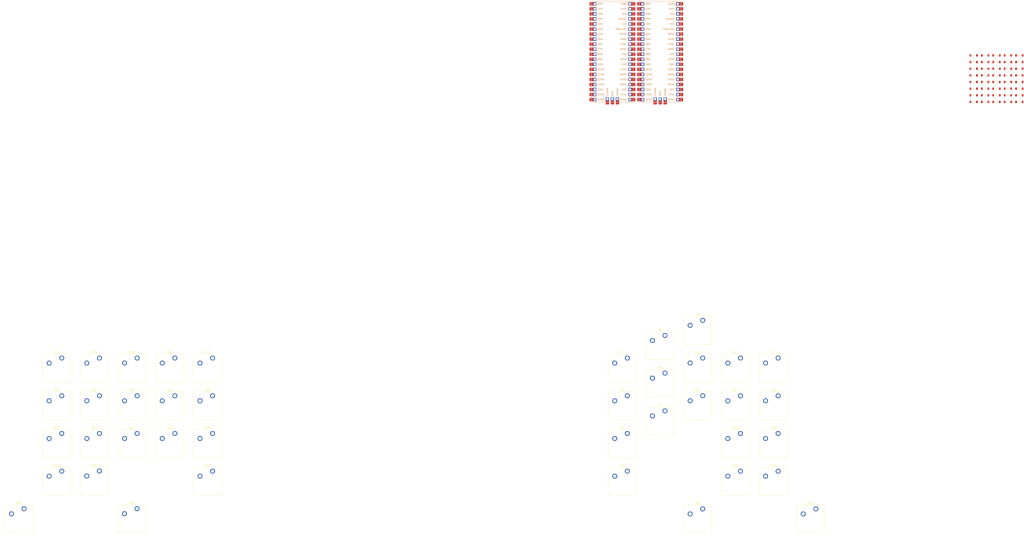
<source format=kicad_pcb>
(kicad_pcb (version 20240108) (generator "pcbnew") (generator_version "8.0")
  (layers (0 "F.Cu" signal) (31 "B.Cu" signal) (34 "B.Paste" user) (35 "F.Paste" user) (36 "B.SilkS" user "B.Silkscreen") (37 "F.SilkS" user "F.Silkscreen") (38 "B.Mask" user) (39 "F.Mask" user) (44 "Edge.Cuts" user))
  (net 0 "")
  (net 1 "Net-(D1-K)")
  (net 2 "Net-(D1-A)")
  (net 3 "Net-(D10-K)")
  (net 4 "Net-(D2-A)")
  (net 5 "Net-(D3-A)")
  (net 6 "Net-(D11-K)")
  (net 7 "Net-(D4-A)")
  (net 8 "Net-(D12-K)")
  (net 9 "Net-(D5-A)")
  (net 10 "Net-(D6-A)")
  (net 11 "Net-(D7-A)")
  (net 12 "Net-(D8-A)")
  (net 13 "Net-(D9-A)")
  (net 14 "Net-(D10-A)")
  (net 15 "Net-(D11-A)")
  (net 16 "Net-(D12-A)")
  (net 17 "Net-(D13-A)")
  (net 18 "Net-(D14-A)")
  (net 19 "Net-(D15-A)")
  (net 20 "Net-(D16-A)")
  (net 21 "Net-(D17-A)")
  (net 22 "Net-(D18-A)")
  (net 23 "Net-(D19-A)")
  (net 24 "Net-(D20-A)")
  (net 25 "Net-(D21-A)")
  (net 26 "Net-(D21-K)")
  (net 27 "Net-(D22-K)")
  (net 28 "Net-(D22-A)")
  (net 29 "Net-(D23-A)")
  (net 30 "Net-(D23-K)")
  (net 31 "Net-(D24-K)")
  (net 32 "Net-(D24-A)")
  (net 33 "Net-(D25-A)")
  (net 34 "Net-(D26-A)")
  (net 35 "Net-(D27-A)")
  (net 36 "Net-(D28-A)")
  (net 37 "Net-(D29-A)")
  (net 38 "Net-(D30-A)")
  (net 39 "Net-(D31-A)")
  (net 40 "Net-(D32-A)")
  (net 41 "Net-(D33-A)")
  (net 42 "Net-(D34-A)")
  (net 43 "Net-(D35-A)")
  (net 44 "Net-(D36-A)")
  (net 45 "Net-(D37-A)")
  (net 46 "Net-(D38-A)")
  (net 47 "Net-(D39-A)")
  (net 48 "Net-(D40-A)")
  (net 50 "Net-(U1-GPIO1)")
  (net 51 "Net-(U1-GPIO2)")
  (net 52 "Net-(U1-GPIO3)")
  (net 53 "Net-(U1-GPIO4)")
  (net 54 "Net-(U2-GPIO16)")
  (net 55 "Net-(U2-GPIO17)")
  (net 56 "Net-(U2-GPIO18)")
  (net 57 "Net-(U2-GPIO19)")
  (net 58 "Net-(U2-GPIO20)")
  (footprint "ScottoKeebs_Components:Diode_SOD-123" (layer "F.Cu") (at 211.35 -110.0625)
    (property "Reference" "D9" (hide yes))
    (property "Value" "Diode")
    (pad "1" smd roundrect (at -1.65 0) (size 0.9 1.2) (layers "F.Cu" "F.Paste" "F.Mask") (net 1 "Net-(D1-K)"))
    (pad "2" smd roundrect (at 1.65 0) (size 0.9 1.2) (layers "F.Cu" "F.Paste" "F.Mask") (net 13 "Net-(D9-A)"))
  )
  (footprint "ScottoKeebs_Components:Diode_SOD-123" (layer "F.Cu") (at 217.1 -89.9625)
    (property "Reference" "D23" (hide yes))
    (property "Value" "Diode")
    (pad "1" smd roundrect (at -1.65 0) (size 0.9 1.2) (layers "F.Cu" "F.Paste" "F.Mask") (net 30 "Net-(D23-K)"))
    (pad "2" smd roundrect (at 1.65 0) (size 0.9 1.2) (layers "F.Cu" "F.Paste" "F.Mask") (net 29 "Net-(D23-A)"))
  )
  (footprint "ScottoKeebs_Components:Diode_SOD-123" (layer "F.Cu") (at 217.1 -110.0625)
    (property "Reference" "D17" (hide yes))
    (property "Value" "Diode")
    (pad "1" smd roundrect (at -1.65 0) (size 0.9 1.2) (layers "F.Cu" "F.Paste" "F.Mask") (net 1 "Net-(D1-K)"))
    (pad "2" smd roundrect (at 1.65 0) (size 0.9 1.2) (layers "F.Cu" "F.Paste" "F.Mask") (net 21 "Net-(D17-A)"))
  )
  (footprint "ScottoKeebs_Components:Diode_SOD-123" (layer "F.Cu") (at 222.85 -103.3625)
    (property "Reference" "D27" (hide yes))
    (property "Value" "Diode")
    (pad "1" smd roundrect (at -1.65 0) (size 0.9 1.2) (layers "F.Cu" "F.Paste" "F.Mask") (net 30 "Net-(D23-K)"))
    (pad "2" smd roundrect (at 1.65 0) (size 0.9 1.2) (layers "F.Cu" "F.Paste" "F.Mask") (net 35 "Net-(D27-A)"))
  )
  (footprint "ScottoKeebs_Components:Diode_SOD-123" (layer "F.Cu") (at 205.6 -93.3125)
    (property "Reference" "D6" (hide yes))
    (property "Value" "Diode")
    (pad "1" smd roundrect (at -1.65 0) (size 0.9 1.2) (layers "F.Cu" "F.Paste" "F.Mask") (net 3 "Net-(D10-K)"))
    (pad "2" smd roundrect (at 1.65 0) (size 0.9 1.2) (layers "F.Cu" "F.Paste" "F.Mask") (net 10 "Net-(D6-A)"))
  )
  (footprint "ScottoKeebs_Components:Diode_SOD-123" (layer "F.Cu") (at 217.1 -96.6625)
    (property "Reference" "D21" (hide yes))
    (property "Value" "Diode")
    (pad "1" smd roundrect (at -1.65 0) (size 0.9 1.2) (layers "F.Cu" "F.Paste" "F.Mask") (net 26 "Net-(D21-K)"))
    (pad "2" smd roundrect (at 1.65 0) (size 0.9 1.2) (layers "F.Cu" "F.Paste" "F.Mask") (net 25 "Net-(D21-A)"))
  )
  (footprint "ScottoKeebs_MX:MX_PCB_1.00u" (layer "F.Cu") (at -237.475 85.525)
    (property "Reference" "S27" (at 0 -8 0) (layer "F.SilkS"))
    (property "Value" "Keyswitch")
    (pad "" np_thru_hole circle (at -5.08 0) (size 1.75 1.75) (drill 1.75) (layers "*.Cu" "*.Mask"))
    (pad "" np_thru_hole circle (at 0 0) (size 4 4) (drill 4) (layers "*.Cu" "*.Mask"))
    (pad "" np_thru_hole circle (at 5.08 0) (size 1.75 1.75) (drill 1.75) (layers "*.Cu" "*.Mask"))
    (pad "1" thru_hole circle (at -3.81 -2.54) (size 2.5 2.5) (drill 1.5) (layers "*.Cu" "*.Mask") (net 55 "Net-(U2-GPIO17)"))
    (pad "2" thru_hole circle (at 2.54 -5.08) (size 2.5 2.5) (drill 1.5) (layers "*.Cu" "*.Mask") (net 35 "Net-(D27-A)"))
  )
  (footprint "ScottoKeebs_Components:Diode_SOD-123" (layer "F.Cu") (at 222.85 -106.7125)
    (property "Reference" "D26" (hide yes))
    (property "Value" "Diode")
    (pad "1" smd roundrect (at -1.65 0) (size 0.9 1.2) (layers "F.Cu" "F.Paste" "F.Mask") (net 27 "Net-(D22-K)"))
    (pad "2" smd roundrect (at 1.65 0) (size 0.9 1.2) (layers "F.Cu" "F.Paste" "F.Mask") (net 34 "Net-(D26-A)"))
  )
  (footprint "ScottoKeebs_MX:MX_PCB_1.00u" (layer "F.Cu") (at -199.475 66.525)
    (property "Reference" "S34" (at 0 -8 0) (layer "F.SilkS"))
    (property "Value" "Keyswitch")
    (pad "" np_thru_hole circle (at -5.08 0) (size 1.75 1.75) (drill 1.75) (layers "*.Cu" "*.Mask"))
    (pad "" np_thru_hole circle (at 0 0) (size 4 4) (drill 4) (layers "*.Cu" "*.Mask"))
    (pad "" np_thru_hole circle (at 5.08 0) (size 1.75 1.75) (drill 1.75) (layers "*.Cu" "*.Mask"))
    (pad "1" thru_hole circle (at -3.81 -2.54) (size 2.5 2.5) (drill 1.5) (layers "*.Cu" "*.Mask") (net 57 "Net-(U2-GPIO19)"))
    (pad "2" thru_hole circle (at 2.54 -5.08) (size 2.5 2.5) (drill 1.5) (layers "*.Cu" "*.Mask") (net 42 "Net-(D34-A)"))
  )
  (footprint "ScottoKeebs_MX:MX_PCB_1.00u" (layer "F.Cu") (at 66.525 47.5)
    (property "Reference" "S10" (at 0 -8 0) (layer "F.SilkS"))
    (property "Value" "Keyswitch")
    (pad "" np_thru_hole circle (at -5.08 0) (size 1.75 1.75) (drill 1.75) (layers "*.Cu" "*.Mask"))
    (pad "" np_thru_hole circle (at 0 0) (size 4 4) (drill 4) (layers "*.Cu" "*.Mask"))
    (pad "" np_thru_hole circle (at 5.08 0) (size 1.75 1.75) (drill 1.75) (layers "*.Cu" "*.Mask"))
    (pad "1" thru_hole circle (at -3.81 -2.54) (size 2.5 2.5) (drill 1.5) (layers "*.Cu" "*.Mask") (net 51 "Net-(U1-GPIO2)"))
    (pad "2" thru_hole circle (at 2.54 -5.08) (size 2.5 2.5) (drill 1.5) (layers "*.Cu" "*.Mask") (net 14 "Net-(D10-A)"))
  )
  (footprint "ScottoKeebs_MX:MX_PCB_1.00u" (layer "F.Cu") (at 66.525 123.525)
    (property "Reference" "S8" (at 0 -8 0) (layer "F.SilkS"))
    (property "Value" "Keyswitch")
    (pad "" np_thru_hole circle (at -5.08 0) (size 1.75 1.75) (drill 1.75) (layers "*.Cu" "*.Mask"))
    (pad "" np_thru_hole circle (at 0 0) (size 4 4) (drill 4) (layers "*.Cu" "*.Mask"))
    (pad "" np_thru_hole circle (at 5.08 0) (size 1.75 1.75) (drill 1.75) (layers "*.Cu" "*.Mask"))
    (pad "1" thru_hole circle (at -3.81 -2.54) (size 2.5 2.5) (drill 1.5) (layers "*.Cu" "*.Mask") (net 50 "Net-(U1-GPIO1)"))
    (pad "2" thru_hole circle (at 2.54 -5.08) (size 2.5 2.5) (drill 1.5) (layers "*.Cu" "*.Mask") (net 12 "Net-(D8-A)"))
  )
  (footprint "ScottoKeebs_Components:Diode_SOD-123" (layer "F.Cu") (at 228.6 -100.0125)
    (property "Reference" "D36" (hide yes))
    (property "Value" "Diode")
    (pad "1" smd roundrect (at -1.65 0) (size 0.9 1.2) (layers "F.Cu" "F.Paste" "F.Mask") (net 31 "Net-(D24-K)"))
    (pad "2" smd roundrect (at 1.65 0) (size 0.9 1.2) (layers "F.Cu" "F.Paste" "F.Mask") (net 44 "Net-(D36-A)"))
  )
  (footprint "ScottoKeebs_MX:MX_PCB_1.00u" (layer "F.Cu") (at -199.475 47.525)
    (property "Reference" "S33" (at 0 -8 0) (layer "F.SilkS"))
    (property "Value" "Keyswitch")
    (pad "" np_thru_hole circle (at -5.08 0) (size 1.75 1.75) (drill 1.75) (layers "*.Cu" "*.Mask"))
    (pad "" np_thru_hole circle (at 0 0) (size 4 4) (drill 4) (layers "*.Cu" "*.Mask"))
    (pad "" np_thru_hole circle (at 5.08 0) (size 1.75 1.75) (drill 1.75) (layers "*.Cu" "*.Mask"))
    (pad "1" thru_hole circle (at -3.81 -2.54) (size 2.5 2.5) (drill 1.5) (layers "*.Cu" "*.Mask") (net 57 "Net-(U2-GPIO19)"))
    (pad "2" thru_hole circle (at 2.54 -5.08) (size 2.5 2.5) (drill 1.5) (layers "*.Cu" "*.Mask") (net 41 "Net-(D33-A)"))
  )
  (footprint "ScottoKeebs_MX:MX_PCB_1.00u" (layer "F.Cu") (at 28.525 85.525)
    (property "Reference" "S3" (at 0 -8 0) (layer "F.SilkS"))
    (property "Value" "Keyswitch")
    (pad "" np_thru_hole circle (at -5.08 0) (size 1.75 1.75) (drill 1.75) (layers "*.Cu" "*.Mask"))
    (pad "" np_thru_hole circle (at 0 0) (size 4 4) (drill 4) (layers "*.Cu" "*.Mask"))
    (pad "" np_thru_hole circle (at 5.08 0) (size 1.75 1.75) (drill 1.75) (layers "*.Cu" "*.Mask"))
    (pad "1" thru_hole circle (at -3.81 -2.54) (size 2.5 2.5) (drill 1.5) (layers "*.Cu" "*.Mask"))
    (pad "2" thru_hole circle (at 2.54 -5.08) (size 2.5 2.5) (drill 1.5) (layers "*.Cu" "*.Mask") (net 5 "Net-(D3-A)"))
  )
  (footprint "ScottoKeebs_MX:MX_PCB_1.00u" (layer "F.Cu") (at 85.525 66.55)
    (property "Reference" "S14" (at 0 -8 0) (layer "F.SilkS"))
    (property "Value" "Keyswitch")
    (pad "" np_thru_hole circle (at -5.08 0) (size 1.75 1.75) (drill 1.75) (layers "*.Cu" "*.Mask"))
    (pad "" np_thru_hole circle (at 0 0) (size 4 4) (drill 4) (layers "*.Cu" "*.Mask"))
    (pad "" np_thru_hole circle (at 5.08 0) (size 1.75 1.75) (drill 1.75) (layers "*.Cu" "*.Mask"))
    (pad "1" thru_hole circle (at -3.81 -2.54) (size 2.5 2.5) (drill 1.5) (layers "*.Cu" "*.Mask") (net 52 "Net-(U1-GPIO3)"))
    (pad "2" thru_hole circle (at 2.54 -5.08) (size 2.5 2.5) (drill 1.5) (layers "*.Cu" "*.Mask") (net 18 "Net-(D14-A)"))
  )
  (footprint "ScottoKeebs_Components:Diode_SOD-123" (layer "F.Cu") (at 205.6 -106.7125)
    (property "Reference" "D2" (hide yes))
    (property "Value" "Diode")
    (pad "1" smd roundrect (at -1.65 0) (size 0.9 1.2) (layers "F.Cu" "F.Paste" "F.Mask") (net 3 "Net-(D10-K)"))
    (pad "2" smd roundrect (at 1.65 0) (size 0.9 1.2) (layers "F.Cu" "F.Paste" "F.Mask") (net 4 "Net-(D2-A)"))
  )
  (footprint "ScottoKeebs_Components:Diode_SOD-123" (layer "F.Cu") (at 228.6 -106.7125)
    (property "Reference" "D34" (hide yes))
    (property "Value" "Diode")
    (pad "1" smd roundrect (at -1.65 0) (size 0.9 1.2) (layers "F.Cu" "F.Paste" "F.Mask") (net 27 "Net-(D22-K)"))
    (pad "2" smd roundrect (at 1.65 0) (size 0.9 1.2) (layers "F.Cu" "F.Paste" "F.Mask") (net 42 "Net-(D34-A)"))
  )
  (footprint "ScottoKeebs_Components:Diode_SOD-123" (layer "F.Cu") (at 217.1 -106.7125)
    (property "Reference" "D18" (hide yes))
    (property "Value" "Diode")
    (pad "1" smd roundrect (at -1.65 0) (size 0.9 1.2) (layers "F.Cu" "F.Paste" "F.Mask") (net 3 "Net-(D10-K)"))
    (pad "2" smd roundrect (at 1.65 0) (size 0.9 1.2) (layers "F.Cu" "F.Paste" "F.Mask") (net 22 "Net-(D18-A)"))
  )
  (footprint "ScottoKeebs_Components:Diode_SOD-123" (layer "F.Cu") (at 217.1 -86.6125)
    (property "Reference" "D24" (hide yes))
    (property "Value" "Diode")
    (pad "1" smd roundrect (at -1.65 0) (size 0.9 1.2) (layers "F.Cu" "F.Paste" "F.Mask") (net 31 "Net-(D24-K)"))
    (pad "2" smd roundrect (at 1.65 0) (size 0.9 1.2) (layers "F.Cu" "F.Paste" "F.Mask") (net 32 "Net-(D24-A)"))
  )
  (footprint "ScottoKeebs_Components:Diode_SOD-123" (layer "F.Cu") (at 228.6 -86.6125)
    (property "Reference" "D40" (hide yes))
    (property "Value" "Diode")
    (pad "1" smd roundrect (at -1.65 0) (size 0.9 1.2) (layers "F.Cu" "F.Paste" "F.Mask") (net 31 "Net-(D24-K)"))
    (pad "2" smd roundrect (at 1.65 0) (size 0.9 1.2) (layers "F.Cu" "F.Paste" "F.Mask") (net 48 "Net-(D40-A)"))
  )
  (footprint "ScottoKeebs_MX:MX_PCB_1.00u" (layer "F.Cu") (at 66.525 66.5)
    (property "Reference" "S11" (at 0 -8 0) (layer "F.SilkS"))
    (property "Value" "Keyswitch")
    (pad "" np_thru_hole circle (at -5.08 0) (size 1.75 1.75) (drill 1.75) (layers "*.Cu" "*.Mask"))
    (pad "" np_thru_hole circle (at 0 0) (size 4 4) (drill 4) (layers "*.Cu" "*.Mask"))
    (pad "" np_thru_hole circle (at 5.08 0) (size 1.75 1.75) (drill 1.75) (layers "*.Cu" "*.Mask"))
    (pad "1" thru_hole circle (at -3.81 -2.54) (size 2.5 2.5) (drill 1.5) (layers "*.Cu" "*.Mask") (net 51 "Net-(U1-GPIO2)"))
    (pad "2" thru_hole circle (at 2.54 -5.08) (size 2.5 2.5) (drill 1.5) (layers "*.Cu" "*.Mask") (net 15 "Net-(D11-A)"))
  )
  (footprint "ScottoKeebs_MX:MX_PCB_1.00u" (layer "F.Cu") (at -237.475 66.525)
    (property "Reference" "S26" (at 0 -8 0) (layer "F.SilkS"))
    (property "Value" "Keyswitch")
    (pad "" np_thru_hole circle (at -5.08 0) (size 1.75 1.75) (drill 1.75) (layers "*.Cu" "*.Mask"))
    (pad "" np_thru_hole circle (at 0 0) (size 4 4) (drill 4) (layers "*.Cu" "*.Mask"))
    (pad "" np_thru_hole circle (at 5.08 0) (size 1.75 1.75) (drill 1.75) (layers "*.Cu" "*.Mask"))
    (pad "1" thru_hole circle (at -3.81 -2.54) (size 2.5 2.5) (drill 1.5) (layers "*.Cu" "*.Mask") (net 55 "Net-(U2-GPIO17)"))
    (pad "2" thru_hole circle (at 2.54 -5.08) (size 2.5 2.5) (drill 1.5) (layers "*.Cu" "*.Mask") (net 34 "Net-(D26-A)"))
  )
  (footprint "ScottoKeebs_Components:Diode_SOD-123" (layer "F.Cu") (at 211.35 -100.0125)
    (property "Reference" "D12" (hide yes))
    (property "Value" "Diode")
    (pad "1" smd roundrect (at -1.65 0) (size 0.9 1.2) (layers "F.Cu" "F.Paste" "F.Mask") (net 8 "Net-(D12-K)"))
    (pad "2" smd roundrect (at 1.65 0) (size 0.9 1.2) (layers "F.Cu" "F.Paste" "F.Mask") (net 16 "Net-(D12-A)"))
  )
  (footprint "ScottoKeebs_Components:Diode_SOD-123" (layer "F.Cu") (at 205.6 -96.6625)
    (property "Reference" "D5" (hide yes))
    (property "Value" "Diode")
    (pad "1" smd roundrect (at -1.65 0) (size 0.9 1.2) (layers "F.Cu" "F.Paste" "F.Mask") (net 1 "Net-(D1-K)"))
    (pad "2" smd roundrect (at 1.65 0) (size 0.9 1.2) (layers "F.Cu" "F.Paste" "F.Mask") (net 9 "Net-(D5-A)"))
  )
  (footprint "ScottoKeebs_Components:Diode_SOD-123" (layer "F.Cu") (at 211.35 -86.6125)
    (property "Reference" "D16" (hide yes))
    (property "Value" "Diode")
    (pad "1" smd roundrect (at -1.65 0) (size 0.9 1.2) (layers "F.Cu" "F.Paste" "F.Mask") (net 8 "Net-(D12-K)"))
    (pad "2" smd roundrect (at 1.65 0) (size 0.9 1.2) (layers "F.Cu" "F.Paste" "F.Mask") (net 20 "Net-(D16-A)"))
  )
  (footprint "ScottoKeebs_Components:Diode_SOD-123" (layer "F.Cu") (at 205.6 -110.0625)
    (property "Reference" "D1" (hide yes))
    (property "Value" "Diode")
    (pad "1" smd roundrect (at -1.65 0) (size 0.9 1.2) (layers "F.Cu" "F.Paste" "F.Mask") (net 1 "Net-(D1-K)"))
    (pad "2" smd roundrect (at 1.65 0) (size 0.9 1.2) (layers "F.Cu" "F.Paste" "F.Mask") (net 2 "Net-(D1-A)"))
  )
  (footprint "ScottoKeebs_MX:MX_PCB_1.00u" (layer "F.Cu") (at -218.475 66.525)
    (property "Reference" "S30" (at 0 -8 0) (layer "F.SilkS"))
    (property "Value" "Keyswitch")
    (pad "" np_thru_hole circle (at -5.08 0) (size 1.75 1.75) (drill 1.75) (layers "*.Cu" "*.Mask"))
    (pad "" np_thru_hole circle (at 0 0) (size 4 4) (drill 4) (layers "*.Cu" "*.Mask"))
    (pad "" np_thru_hole circle (at 5.08 0) (size 1.75 1.75) (drill 1.75) (layers "*.Cu" "*.Mask"))
    (pad "1" thru_hole circle (at -3.81 -2.54) (size 2.5 2.5) (drill 1.5) (layers "*.Cu" "*.Mask") (net 56 "Net-(U2-GPIO18)"))
    (pad "2" thru_hole circle (at 2.54 -5.08) (size 2.5 2.5) (drill 1.5) (layers "*.Cu" "*.Mask") (net 38 "Net-(D30-A)"))
  )
  (footprint "ScottoKeebs_MX:MX_PCB_1.00u" (layer "F.Cu") (at -218.525 123.425)
    (property "Reference" "S36" (at 0 -8 0) (layer "F.SilkS"))
    (property "Value" "Keyswitch")
    (pad "" np_thru_hole circle (at -5.08 0) (size 1.75 1.75) (drill 1.75) (layers "*.Cu" "*.Mask"))
    (pad "" np_thru_hole circle (at 0 0) (size 4 4) (drill 4) (layers "*.Cu" "*.Mask"))
    (pad "" np_thru_hole circle (at 5.08 0) (size 1.75 1.75) (drill 1.75) (layers "*.Cu" "*.Mask"))
    (pad "1" thru_hole circle (at -3.81 -2.54) (size 2.5 2.5) (drill 1.5) (layers "*.Cu" "*.Mask") (net 57 "Net-(U2-GPIO19)"))
    (pad "2" thru_hole circle (at 2.54 -5.08) (size 2.5 2.5) (drill 1.5) (layers "*.Cu" "*.Mask") (net 44 "Net-(D36-A)"))
  )
  (footprint "ScottoKeebs_MX:MX_PCB_1.00u" (layer "F.Cu") (at 104.525 66.525)
    (property "Reference" "S18" (at 0 -8 0) (layer "F.SilkS"))
    (property "Value" "Keyswitch")
    (pad "" np_thru_hole circle (at -5.08 0) (size 1.75 1.75) (drill 1.75) (layers "*.Cu" "*.Mask"))
    (pad "" np_thru_hole circle (at 0 0) (size 4 4) (drill 4) (layers "*.Cu" "*.Mask"))
    (pad "" np_thru_hole circle (at 5.08 0) (size 1.75 1.75) (drill 1.75) (layers "*.Cu" "*.Mask"))
    (pad "1" thru_hole circle (at -3.81 -2.54) (size 2.5 2.5) (drill 1.5) (layers "*.Cu" "*.Mask") (net 53 "Net-(U1-GPIO4)"))
    (pad "2" thru_hole circle (at 2.54 -5.08) (size 2.5 2.5) (drill 1.5) (layers "*.Cu" "*.Mask") (net 22 "Net-(D18-A)"))
  )
  (footprint "ScottoKeebs_Components:Diode_SOD-123" (layer "F.Cu") (at 222.85 -93.3125)
    (property "Reference" "D30" (hide yes))
    (property "Value" "Diode")
    (pad "1" smd roundrect (at -1.65 0) (size 0.9 1.2) (layers "F.Cu" "F.Paste" "F.Mask") (net 27 "Net-(D22-K)"))
    (pad "2" smd roundrect (at 1.65 0) (size 0.9 1.2) (layers "F.Cu" "F.Paste" "F.Mask") (net 38 "Net-(D30-A)"))
  )
  (footprint "ScottoKeebs_MCU:Raspberry_Pi_Pico" (layer "F.Cu") (at 47.625 -111.91875)
    (property "Reference" "U2" (hide yes))
    (property "Value" "Raspberry_Pi_Pico" (hide yes))
    (fp_text user "GP28" (at 5.54 -8.89 0) (layer "B.SilkS") (effects (font (size 0.8 0.8)) (justify mirror)))
    (fp_text user "GP7" (at -6.04 -1.3 0) (layer "B.SilkS") (effects (font (size 0.8 0.8)) (justify mirror)))
    (fp_text user "GND" (at 5.89 19.05 0) (layer "B.SilkS") (effects (font (size 0.8 0.8)) (justify mirror)))
    (fp_text user "GP20" (at 5.54 11.43 0) (layer "B.SilkS") (effects (font (size 0.8 0.8)) (justify mirror)))
    (fp_text user "GP4" (at -6.04 -11.43 0) (layer "B.SilkS") (effects (font (size 0.8 0.8)) (justify mirror)))
    (fp_text user "GP12" (at -5.69 13.97 0) (layer "B.SilkS") (effects (font (size 0.8 0.8)) (justify mirror)))
    (fp_text user "SWCLK" (at -2.54 20.25 -90) (layer "B.SilkS") (effects (font (size 0.8 0.8)) (justify mirror)))
    (fp_text user "GP15" (at -5.69 24.13 0) (layer "B.SilkS") (effects (font (size 0.8 0.8)) (justify mirror)))
    (fp_text user "GP26" (at 5.54 -1.27 0) (layer "B.SilkS") (effects (font (size 0.8 0.8)) (justify mirror)))
    (fp_text user "GND" (at -6.04 -19.05 0) (layer "B.SilkS") (effects (font (size 0.8 0.8)) (justify mirror)))
    (fp_text user "GP1" (at -6.04 -21.6 0) (layer "B.SilkS") (effects (font (size 0.8 0.8)) (justify mirror)))
    (fp_text user "GP16" (at 5.54 24.13 0) (layer "B.SilkS") (effects (font (size 0.8 0.8)) (justify mirror)))
    (fp_text user "GP22" (at 5.54 3.81 0) (layer "B.SilkS") (effects (font (size 0.8 0.8)) (justify mirror)))
    (fp_text user "GP14" (at -5.69 21.59 0) (layer "B.SilkS") (effects (font (size 0.8 0.8)) (justify mirror)))
    (fp_text user "GND" (at 5.89 6.35 0) (layer "B.SilkS") (effects (font (size 0.8 0.8)) (justify mirror)))
    (fp_text user "3V3_EN" (at 5.04 -16.51 0) (layer "B.SilkS") (effects (font (size 0.8 0.8)) (justify mirror)))
    (fp_text user "GND" (at -6.04 6.35 0) (layer "B.SilkS") (effects (font (size 0.8 0.8)) (justify mirror)))
    (fp_text user "VSYS" (at 5.79 -21.59 0) (layer "B.SilkS") (effects (font (size 0.8 0.8)) (justify mirror)))
    (fp_text user "GP13" (at -5.69 16.51 0) (layer "B.SilkS") (effects (font (size 0.8 0.8)) (justify mirror)))
    (fp_text user "RUN" (at 5.89 1.27 0) (layer "B.SilkS") (effects (font (size 0.8 0.8)) (justify mirror)))
    (fp_text user "GP21" (at 5.54 8.9 0) (layer "B.SilkS") (effects (font (size 0.8 0.8)) (justify mirror)))
    (fp_text user "GND" (at -6.04 -6.35 0) (layer "B.SilkS") (effects (font (size 0.8 0.8)) (justify mirror)))
    (fp_text user "VBUS" (at 5.79 -24.13 0) (layer "B.SilkS") (effects (font (size 0.8 0.8)) (justify mirror)))
    (fp_text user "GP8" (at -6.04 1.27 0) (layer "B.SilkS") (effects (font (size 0.8 0.8)) (justify mirror)))
    (fp_text user "GP0" (at -6.04 -24.13 0) (layer "B.SilkS") (effects (font (size 0.8 0.8)) (justify mirror)))
    (fp_text user "GP9" (at -6.04 3.81 0) (layer "B.SilkS") (effects (font (size 0.8 0.8)) (justify mirror)))
    (fp_text user "GND" (at -6.04 19.05 0) (layer "B.SilkS") (effects (font (size 0.8 0.8)) (justify mirror)))
    (fp_text user "GP2" (at -6.04 -16.51 0) (layer "B.SilkS") (effects (font (size 0.8 0.8)) (justify mirror)))
    (fp_text user "GP5" (at -6.04 -8.89 0) (layer "B.SilkS") (effects (font (size 0.8 0.8)) (justify mirror)))
    (fp_text user "AGND" (at 5.54 -6.35 0) (layer "B.SilkS") (effects (font (size 0.8 0.8)) (justify mirror)))
    (fp_text user "GP3" (at -6.04 -13.97 0) (layer "B.SilkS") (effects (font (size 0.8 0.8)) (justify mirror)))
    (fp_text user "SWDIO" (at 2.54 20.25 -90) (layer "B.SilkS") (effects (font (size 0.8 0.8)) (justify mirror)))
    (fp_text user "GP10" (at -5.69 8.89 0) (layer "B.SilkS") (effects (font (size 0.8 0.8)) (justify mirror)))
    (fp_text user "GP18" (at 5.54 16.51 0) (layer "B.SilkS") (effects (font (size 0.8 0.8)) (justify mirror)))
    (fp_text user "GND" (at 6.04 -19.05 0) (layer "B.SilkS") (effects (font (size 0.8 0.8)) (justify mirror)))
    (fp_text user "GP11" (at -5.69 11.43 0) (layer "B.SilkS") (effects (font (size 0.8 0.8)) (justify mirror)))
    (fp_text user "3V3" (at 6.04 -13.97 0) (layer "B.SilkS") (effects (font (size 0.8 0.8)) (justify mirror)))
    (fp_text user "GND" (at 0 21 -90) (layer "B.SilkS") (effects (font (size 0.8 0.8)) (justify mirror)))
    (fp_text user "GP19" (at 5.54 13.97 0) (layer "B.SilkS") (effects (font (size 0.8 0.8)) (justify mirror)))
    (fp_text user "GP17" (at 5.54 21.59 0) (layer "B.SilkS") (effects (font (size 0.8 0.8)) (justify mirror)))
    (fp_text user "ADC_VREF" (at 4.29 -11.43 0) (layer "B.SilkS") (effects (font (size 0.8 0.8)) (justify mirror)))
    (fp_text user "GP6" (at -6.04 -3.81 0) (layer "B.SilkS") (effects (font (size 0.8 0.8)) (justify mirror)))
    (fp_text user "GP27" (at 5.54 -3.8 0) (layer "B.SilkS") (effects (font (size 0.8 0.8)) (justify mirror)))
    (fp_text user "GP22" (at 5.54 3.81 0) (layer "F.SilkS") (effects (font (size 0.8 0.8))))
    (fp_text user "ADC_VREF" (at 4.29 -11.43 0) (layer "F.SilkS") (effects (font (size 0.8 0.8))))
    (fp_text user "GP12" (at -5.69 13.97 0) (layer "F.SilkS") (effects (font (size 0.8 0.8))))
    (fp_text user "GP7" (at -6.04 -1.3 0) (layer "F.SilkS") (effects (font (size 0.8 0.8))))
    (fp_text user "VBUS" (at 5.79 -24.13 0) (layer "F.SilkS") (effects (font (size 0.8 0.8))))
    (fp_text user "GP19" (at 5.54 13.97 0) (layer "F.SilkS") (effects (font (size 0.8 0.8))))
    (fp_text user "GND" (at -6.04 -19.05 0) (layer "F.SilkS") (effects (font (size 0.8 0.8))))
    (fp_text user "GP3" (at -6.04 -13.97 0) (layer "F.SilkS") (effects (font (size 0.8 0.8))))
    (fp_text user "GP20" (at 5.54 11.43 0) (layer "F.SilkS") (effects (font (size 0.8 0.8))))
    (fp_text user "GP10" (at -5.69 8.89 0) (layer "F.SilkS") (effects (font (size 0.8 0.8))))
    (fp_text user "GND" (at 5.89 6.35 0) (layer "F.SilkS") (effects (font (size 0.8 0.8))))
    (fp_text user "GP21" (at 5.54 8.9 0) (layer "F.SilkS") (effects (font (size 0.8 0.8))))
    (fp_text user "GP9" (at -6.04 3.81 0) (layer "F.SilkS") (effects (font (size 0.8 0.8))))
    (fp_text user "GP14" (at -5.69 21.59 0) (layer "F.SilkS") (effects (font (size 0.8 0.8))))
    (fp_text user "GP0" (at -6.04 -24.13 0) (layer "F.SilkS") (effects (font (size 0.8 0.8))))
    (fp_text user "GND" (at -6.04 -6.35 0) (layer "F.SilkS") (effects (font (size 0.8 0.8))))
    (fp_text user "GP8" (at -6.04 1.27 0) (layer "F.SilkS") (effects (font (size 0.8 0.8))))
    (fp_text user "GP18" (at 5.54 16.51 0) (layer "F.SilkS") (effects (font (size 0.8 0.8))))
    (fp_text user "GP15" (at -5.69 24.13 0) (layer "F.SilkS") (effects (font (size 0.8 0.8))))
    (fp_text user "GP28" (at 5.54 -8.89 0) (layer "F.SilkS") (effects (font (size 0.8 0.8))))
    (fp_text user "3V3_EN" (at 5.04 -16.51 0) (layer "F.SilkS") (effects (font (size 0.8 0.8))))
    (fp_text user "GND" (at -6.04 19.05 0) (layer "F.SilkS") (effects (font (size 0.8 0.8))))
    (fp_text user "GP17" (at 5.54 21.59 0) (layer "F.SilkS") (effects (font (size 0.8 0.8))))
    (fp_text user "RUN" (at 5.89 1.27 0) (layer "F.SilkS") (effects (font (size 0.8 0.8))))
    (fp_text user "GP13" (at -5.69 16.51 0) (layer "F.SilkS") (effects (font (size 0.8 0.8))))
    (fp_text user "GP26" (at 5.54 -1.27 0) (layer "F.SilkS") (effects (font (size 0.8 0.8))))
    (fp_text user "GP2" (at -6.04 -16.51 0) (layer "F.SilkS") (effects (font (size 0.8 0.8))))
    (fp_text user "GP16" (at 5.54 24.13 0) (layer "F.SilkS") (effects (font (size 0.8 0.8))))
    (fp_text user "SWCLK" (at -2.54 20.25 90) (layer "F.SilkS") (effects (font (size 0.8 0.8))))
    (fp_text user "GND" (at 5.89 19.05 0) (layer "F.SilkS") (effects (font (size 0.8 0.8))))
    (fp_text user "VSYS" (at 5.79 -21.59 0) (layer "F.SilkS") (effects (font (size 0.8 0.8))))
    (fp_text user "GP27" (at 5.54 -3.8 0) (layer "F.SilkS") (effects (font (size 0.8 0.8))))
    (fp_text user "GND" (at 0 21 90) (layer "F.SilkS") (effects (font (size 0.8 0.8))))
    (fp_text user "GP11" (at -5.69 11.43 0) (layer "F.SilkS") (effects (font (size 0.8 0.8))))
    (fp_text user "GND" (at 6.04 -19.05 0) (layer "F.SilkS") (effects (font (size 0.8 0.8))))
    (fp_text user "GP1" (at -6.04 -21.6 0) (layer "F.SilkS") (effects (font (size 0.8 0.8))))
    (fp_text user "GP6" (at -6.04 -3.81 0) (layer "F.SilkS") (effects (font (size 0.8 0.8))))
    (fp_text user "3V3" (at 6.04 -13.97 0) (layer "F.SilkS") (effects (font (size 0.8 0.8))))
    (fp_text user "SWDIO" (at 2.54 20.25 90) (layer "F.SilkS") (effects (font (size 0.8 0.8))))
    (fp_text user "AGND" (at 5.54 -6.35 0) (layer "F.SilkS") (effects (font (size 0.8 0.8))))
    (fp_text user "GND" (at -6.04 6.35 0) (layer "F.SilkS") (effects (font (size 0.8 0.8))))
    (fp_text user "GP5" (at -6.04 -8.89 0) (layer "F.SilkS") (effects (font (size 0.8 0.8))))
    (fp_text user "GP4" (at -6.04 -11.43 0) (layer "F.SilkS") (effects (font (size 0.8 0.8))))
    (pad "1" thru_hole oval (at -8.89 -24.13) (size 1.7 1.7) (drill 1.02) (layers "*.Cu" "*.Mask"))
    (pad "1" smd rect (at -8.89 -24.13) (size 3.5 1.7) (drill (offset -0.9 0)) (layers "F.Cu" "F.Mask"))
    (pad "2" thru_hole oval (at -8.89 -21.59) (size 1.7 1.7) (drill 1.02) (layers "*.Cu" "*.Mask"))
    (pad "2" smd rect (at -8.89 -21.59) (size 3.5 1.7) (drill (offset -0.9 0)) (layers "F.Cu" "F.Mask"))
    (pad "3" thru_hole rect (at -8.89 -19.05) (size 1.7 1.7) (drill 1.02) (layers "*.Cu" "*.Mask"))
    (pad "3" smd rect (at -8.89 -19.05) (size 3.5 1.7) (drill (offset -0.9 0)) (layers "F.Cu" "F.Mask"))
    (pad "4" thru_hole oval (at -8.89 -16.51) (size 1.7 1.7) (drill 1.02) (layers "*.Cu" "*.Mask"))
    (pad "4" smd rect (at -8.89 -16.51) (size 3.5 1.7) (drill (offset -0.9 0)) (layers "F.Cu" "F.Mask"))
    (pad "5" thru_hole oval (at -8.89 -13.97) (size 1.7 1.7) (drill 1.02) (layers "*.Cu" "*.Mask"))
    (pad "5" smd rect (at -8.89 -13.97) (size 3.5 1.7) (drill (offset -0.9 0)) (layers "F.Cu" "F.Mask"))
    (pad "6" thru_hole oval (at -8.89 -11.43) (size 1.7 1.7) (drill 1.02) (layers "*.Cu" "*.Mask"))
    (pad "6" smd rect (at -8.89 -11.43) (size 3.5 1.7) (drill (offset -0.9 0)) (layers "F.Cu" "F.Mask"))
    (pad "7" thru_hole oval (at -8.89 -8.89) (size 1.7 1.7) (drill 1.02) (layers "*.Cu" "*.Mask"))
    (pad "7" smd rect (at -8.89 -8.89) (size 3.5 1.7) (drill (offset -0.9 0)) (layers "F.Cu" "F.Mask"))
    (pad "8" thru_hole rect (at -8.89 -6.35) (size 1.7 1.7) (drill 1.02) (layers "*.Cu" "*.Mask"))
    (pad "8" smd rect (at -8.89 -6.35) (size 3.5 1.7) (drill (offset -0.9 0)) (layers "F.Cu" "F.Mask"))
    (pad "9" thru_hole oval (at -8.89 -3.81) (size 1.7 1.7) (drill 1.02) (layers "*.Cu" "*.Mask"))
    (pad "9" smd rect (at -8.89 -3.81) (size 3.5 1.7) (drill (offset -0.9 0)) (layers "F.Cu" "F.Mask"))
    (pad "10" thru_hole oval (at -8.89 -1.27) (size 1.7 1.7) (drill 1.02) (layers "*.Cu" "*.Mask"))
    (pad "10" smd rect (at -8.89 -1.27) (size 3.5 1.7) (drill (offset -0.9 0)) (layers "F.Cu" "F.Mask"))
    (pad "11" thru_hole oval (at -8.89 1.27) (size 1.7 1.7) (drill 1.02) (layers "*.Cu" "*.Mask"))
    (pad "11" smd rect (at -8.89 1.27) (size 3.5 1.7) (drill (offset -0.9 0)) (layers "F.Cu" "F.Mask"))
    (pad "12" thru_hole oval (at -8.89 3.81) (size 1.7 1.7) (drill 1.02) (layers "*.Cu" "*.Mask"))
    (pad "12" smd rect (at -8.89 3.81) (size 3.5 1.7) (drill (offset -0.9 0)) (layers "F.Cu" "F.Mask"))
    (pad "13" thru_hole rect (at -8.89 6.35) (size 1.7 1.7) (drill 1.02) (layers "*.Cu" "*.Mask"))
    (pad "13" smd rect (at -8.89 6.35) (size 3.5 1.7) (drill (offset -0.9 0)) (layers "F.Cu" "F.Mask"))
    (pad "14" thru_hole oval (at -8.89 8.89) (size 1.7 1.7) (drill 1.02) (layers "*.Cu" "*.Mask"))
    (pad "14" smd rect (at -8.89 8.89) (size 3.5 1.7) (drill (offset -0.9 0)) (layers "F.Cu" "F.Mask"))
    (pad "15" thru_hole oval (at -8.89 11.43) (size 1.7 1.7) (drill 1.02) (layers "*.Cu" "*.Mask"))
    (pad "15" smd rect (at -8.89 11.43) (size 3.5 1.7) (drill (offset -0.9 0)) (layers "F.Cu" "F.Mask"))
    (pad "16" thru_hole oval (at -8.89 13.97) (size 1.7 1.7) (drill 1.02) (layers "*.Cu" "*.Mask") (net 26 "Net-(D21-K)"))
    (pad "16" smd rect (at -8.89 13.97) (size 3.5 1.7) (drill (offset -0.9 0)) (layers "F.Cu" "F.Mask") (net 26 "Net-(D21-K)"))
    (pad "17" thru_hole oval (at -8.89 16.51) (size 1.7 1.7) (drill 1.02) (layers "*.Cu" "*.Mask") (net 27 "Net-(D22-K)"))
    (pad "17" smd rect (at -8.89 16.51) (size 3.5 1.7) (drill (offset -0.9 0)) (layers "F.Cu" "F.Mask") (net 27 "Net-(D22-K)"))
    (pad "18" thru_hole rect (at -8.89 19.05) (size 1.7 1.7) (drill 1.02) (layers "*.Cu" "*.Mask"))
    (pad "18" smd rect (at -8.89 19.05) (size 3.5 1.7) (drill (offset -0.9 0)) (layers "F.Cu" "F.Mask"))
    (pad "19" thru_hole oval (at -8.89 21.59) (size 1.7 1.7) (drill 1.02) (layers "*.Cu" "*.Mask") (net 30 "Net-(D23-K)"))
    (pad "19" smd rect (at -8.89 21.59) (size 3.5 1.7) (drill (offset -0.9 0)) (layers "F.Cu" "F.Mask") (net 30 "Net-(D23-K)"))
    (pad "20" thru_hole oval (at -8.89 24.13) (size 1.7 1.7) (drill 1.02) (layers "*.Cu" "*.Mask") (net 31 "Net-(D24-K)"))
    (pad "20" smd rect (at -8.89 24.13) (size 3.5 1.7) (drill (offset -0.9 0)) (layers "F.Cu" "F.Mask") (net 31 "Net-(D24-K)"))
    (pad "21" thru_hole oval (at 8.89 24.13) (size 1.7 1.7) (drill 1.02) (layers "*.Cu" "*.Mask") (net 54 "Net-(U2-GPIO16)"))
    (pad "21" smd rect (at 8.89 24.13) (size 3.5 1.7) (drill (offset 0.9 0)) (layers "F.Cu" "F.Mask") (net 54 "Net-(U2-GPIO16)"))
    (pad "22" thru_hole oval (at 8.89 21.59) (size 1.7 1.7) (drill 1.02) (layers "*.Cu" "*.Mask") (net 55 "Net-(U2-GPIO17)"))
    (pad "22" smd rect (at 8.89 21.59) (size 3.5 1.7) (drill (offset 0.9 0)) (layers "F.Cu" "F.Mask") (net 55 "Net-(U2-GPIO17)"))
    (pad "23" thru_hole rect (at 8.89 19.05) (size 1.7 1.7) (drill 1.02) (layers "*.Cu" "*.Mask"))
    (pad "23" smd rect (at 8.89 19.05) (size 3.5 1.7) (drill (offset 0.9 0)) (layers "F.Cu" "F.Mask"))
    (pad "24" thru_hole oval (at 8.89 16.51) (size 1.7 1.7) (drill 1.02) (layers "*.Cu" "*.Mask") (net 56 "Net-(U2-GPIO18)"))
    (pad "24" smd rect (at 8.89 16.51) (size 3.5 1.7) (drill (offset 0.9 0)) (layers "F.Cu" "F.Mask") (net 56 "Net-(U2-GPIO18)"))
    (pad "25" thru_hole oval (at 8.89 13.97) (size 1.7 1.7) (drill 1.02) (layers "*.Cu" "*.Mask") (net 57 "Net-(U2-GPIO19)"))
    (pad "25" smd rect (at 8.89 13.97) (size 3.5 1.7) (drill (offset 0.9 0)) (layers "F.Cu" "F.Mask") (net 57 "Net-(U2-GPIO19)"))
    (pad "26" thru_hole oval (at 8.89 11.43) (size 1.7 1.7) (drill 1.02) (layers "*.Cu" "*.Mask") (net 58 "Net-(U2-GPIO20)"))
    (pad "26" smd rect (at 8.89 11.43) (size 3.5 1.7) (drill (offset 0.9 0)) (layers "F.Cu" "F.Mask") (net 58 "Net-(U2-GPIO20)"))
    (pad "27" thru_hole oval (at 8.89 8.89) (size 1.7 1.7) (drill 1.02) (layers "*.Cu" "*.Mask"))
    (pad "27" smd rect (at 8.89 8.89) (size 3.5 1.7) (drill (offset 0.9 0)) (layers "F.Cu" "F.Mask"))
    (pad "28" thru_hole rect (at 8.89 6.35) (size 1.7 1.7) (drill 1.02) (layers "*.Cu" "*.Mask"))
    (pad "28" smd rect (at 8.89 6.35) (size 3.5 1.7) (drill (offset 0.9 0)) (layers "F.Cu" "F.Mask"))
    (pad "29" thru_hole oval (at 8.89 3.81) (size 1.7 1.7) (drill 1.02) (layers "*.Cu" "*.Mask"))
    (pad "29" smd rect (at 8.89 3.81) (size 3.5 1.7) (drill (offset 0.9 0)) (layers "F.Cu" "F.Mask"))
    (pad "30" thru_hole oval (at 8.89 1.27) (size 1.7 1.7) (drill 1.02) (layers "*.Cu" "*.Mask"))
    (pad "30" smd rect (at 8.89 1.27) (size 3.5 1.7) (drill (offset 0.9 0)) (layers "F.Cu" "F.Mask"))
    (pad "31" thru_hole oval (at 8.89 -1.27) (size 1.7 1.7) (drill 1.02) (layers "*.Cu" "*.Mask"))
    (pad "31" smd rect (at 8.89 -1.27) (size 3.5 1.7) (drill (offset 0.9 0)) (layers "F.Cu" "F.Mask"))
    (pad "32" thru_hole oval (at 8.89 -3.81) (size 1.7 1.7) (drill 1.02) (layers "*.Cu" "*.Mask"))
    (pad "32" smd rect (at 8.89 -3.81) (size 3.5 1.7) (drill (offset 0.9 0)) (layers "F.Cu" "F.Mask"))
    (pad "33" thru_hole rect (at 8.89 -6.35) (size 1.7 1.7) (drill 1.02) (layers "*.Cu" "*.Mask"))
    (pad "33" smd rect (at 8.89 -6.35) (size 3.5 1.7) (drill (offset 0.9 0)) (layers "F.Cu" "F.Mask"))
    (pad "34" thru_hole oval (at 8.89 -8.89) (size 1.7 1.7) (drill 1.02) (layers "*.Cu" "*.Mask"))
    (pad "34" smd rect (at 8.89 -8.89) (size 3.5 1.7) (drill (offset 0.9 0)) (layers "F.Cu" "F.Mask"))
    (pad "35" thru_hole oval (at 8.89 -11.43) (size 1.7 1.7) (drill 1.02) (layers "*.Cu" "*.Mask"))
    (pad "35" smd rect (at 8.89 -11.43) (size 3.5 1.7) (drill (offset 0.9 0)) (layers "F.Cu" "F.Mask"))
    (pad "36" thru_hole oval (at 8.89 -13.97) (size 1.7 1.7) (drill 1.02) (layers "*.Cu" "*.Mask"))
    (pad "36" smd rect (at 8.89 -13.97) (size 3.5 1.7) (drill (offset 0.9 0)) (layers "F.Cu" "F.Mask"))
    (pad "37" thru_hole oval (at 8.89 -16.51) (size 1.7 1.7) (drill 1.02) (layers "*.Cu" "*.Mask"))
    (pad "37" smd rect (at 8.89 -16.51) (size 3.5 1.7) (drill (offset 0.9 0)) (layers "F.Cu" "F.Mask"))
    (pad "38" thru_hole rect (at 8.89 -19.05) (size 1.7 1.7) (drill 1.02) (layers "*.Cu" "*.Mask"))
    (pad "38" smd rect (at 8.89 -19.05) (size 3.5 1.7) (drill (offset 0.9 0)) (layers "F.Cu" "F.Mask"))
    (pad "39" thru_hole oval (at 8.89 -21.59) (size 1.7 1.7) (drill 1.02) (layers "*.Cu" "*.Mask"))
    (pad "39" smd rect (at 8.89 -21.59) (size 3.5 1.7) (drill (offset 0.9 0)) (layers "F.Cu" "F.Mask"))
    (pad "40" thru_hole oval (at 8.89 -24.13) (size 1.7 1.7) (drill 1.02) (layers "*.Cu" "*.Mask"))
    (pad "40" smd rect (at 8.89 -24.13) (size 3.5 1.7) (drill (offset 0.9 0)) (layers "F.Cu" "F.Mask"))
    (pad "41" thru_hole oval (at -2.54 23.9) (size 1.7 1.7) (drill 1.02) (layers "*.Cu" "*.Mask"))
    (pad "41" smd rect (at -2.54 23.9 90) (size 3.5 1.7) (drill (offset -0.9 0)) (layers "F.Cu" "F.Mask"))
    (pad "42" thru_hole rect (at 0 23.9) (size 1.7 1.7) (drill 1.02) (layers "*.Cu" "*.Mask"))
    (pad "42" smd rect (at 0 23.9 90) (size 3.5 1.7) (drill (offset -0.9 0)) (layers "F.Cu" "F.Mask"))
    (pad "43" thru_hole oval (at 2.54 23.9) (size 1.7 1.7) (drill 1.02) (layers "*.Cu" "*.Mask"))
    (pad "43" smd rect (at 2.54 23.9 90) (size 3.5 1.7) (drill (offset -0.9 0)) (layers "F.Cu" "F.Mask"))
  )
  (footprint "ScottoKeebs_MX:MX_PCB_1.00u" (layer "F.Cu") (at 104.525 47.525)
    (property "Reference" "S17" (at 0 -8 0) (layer "F.SilkS"))
    (property "Value" "Keyswitch")
    (pad "" np_thru_hole circle (at -5.08 0) (size 1.75 1.75) (drill 1.75) (layers "*.Cu" "*.Mask"))
    (pad "" np_thru_hole circle (at 0 0) (size 4 4) (drill 4) (layers "*.Cu" "*.Mask"))
    (pad "" np_thru_hole circle (at 5.08 0) (size 1.75 1.75) (drill 1.75) (layers "*.Cu" "*.Mask"))
    (pad "1" thru_hole circle (at -3.81 -2.54) (size 2.5 2.5) (drill 1.5) (layers "*.Cu" "*.Mask") (net 53 "Net-(U1-GPIO4)"))
    (pad "2" thru_hole circle (at 2.54 -5.08) (size 2.5 2.5) (drill 1.5) (layers "*.Cu" "*.Mask") (net 21 "Net-(D17-A)"))
  )
  (footprint "ScottoKeebs_MCU:Raspberry_Pi_Pico" (layer "F.Cu") (at 23.545 -111.91875)
    (property "Reference" "U1" (hide yes))
    (property "Value" "Raspberry_Pi_Pico" (hide yes))
    (fp_text user "GP10" (at -5.69 8.89 0) (layer "B.SilkS") (effects (font (size 0.8 0.8)) (justify mirror)))
    (fp_text user "GP19" (at 5.54 13.97 0) (layer "B.SilkS") (effects (font (size 0.8 0.8)) (justify mirror)))
    (fp_text user "3V3" (at 6.04 -13.97 0) (layer "B.SilkS") (effects (font (size 0.8 0.8)) (justify mirror)))
    (fp_text user "GP9" (at -6.04 3.81 0) (layer "B.SilkS") (effects (font (size 0.8 0.8)) (justify mirror)))
    (fp_text user "GND" (at 5.89 19.05 0) (layer "B.SilkS") (effects (font (size 0.8 0.8)) (justify mirror)))
    (fp_text user "GND" (at 0 21 -90) (layer "B.SilkS") (effects (font (size 0.8 0.8)) (justify mirror)))
    (fp_text user "GP27" (at 5.54 -3.8 0) (layer "B.SilkS") (effects (font (size 0.8 0.8)) (justify mirror)))
    (fp_text user "3V3_EN" (at 5.04 -16.51 0) (layer "B.SilkS") (effects (font (size 0.8 0.8)) (justify mirror)))
    (fp_text user "GP5" (at -6.04 -8.89 0) (layer "B.SilkS") (effects (font (size 0.8 0.8)) (justify mirror)))
    (fp_text user "GND" (at 5.89 6.35 0) (layer "B.SilkS") (effects (font (size 0.8 0.8)) (justify mirror)))
    (fp_text user "GP28" (at 5.54 -8.89 0) (layer "B.SilkS") (effects (font (size 0.8 0.8)) (justify mirror)))
    (fp_text user "GP15" (at -5.69 24.13 0) (layer "B.SilkS") (effects (font (size 0.8 0.8)) (justify mirror)))
    (fp_text user "GP20" (at 5.54 11.43 0) (layer "B.SilkS") (effects (font (size 0.8 0.8)) (justify mirror)))
    (fp_text user "GP1" (at -6.04 -21.6 0) (layer "B.SilkS") (effects (font (size 0.8 0.8)) (justify mirror)))
    (fp_text user "GND" (at -6.04 -6.35 0) (layer "B.SilkS") (effects (font (size 0.8 0.8)) (justify mirror)))
    (fp_text user "GND" (at -6.04 -19.05 0) (layer "B.SilkS") (effects (font (size 0.8 0.8)) (justify mirror)))
    (fp_text user "GP4" (at -6.04 -11.43 0) (layer "B.SilkS") (effects (font (size 0.8 0.8)) (justify mirror)))
    (fp_text user "AGND" (at 5.54 -6.35 0) (layer "B.SilkS") (effects (font (size 0.8 0.8)) (justify mirror)))
    (fp_text user "GP0" (at -6.04 -24.13 0) (layer "B.SilkS") (effects (font (size 0.8 0.8)) (justify mirror)))
    (fp_text user "GP17" (at 5.54 21.59 0) (layer "B.SilkS") (effects (font (size 0.8 0.8)) (justify mirror)))
    (fp_text user "GP7" (at -6.04 -1.3 0) (layer "B.SilkS") (effects (font (size 0.8 0.8)) (justify mirror)))
    (fp_text user "GP12" (at -5.69 13.97 0) (layer "B.SilkS") (effects (font (size 0.8 0.8)) (justify mirror)))
    (fp_text user "SWCLK" (at -2.54 20.25 -90) (layer "B.SilkS") (effects (font (size 0.8 0.8)) (justify mirror)))
    (fp_text user "GP14" (at -5.69 21.59 0) (layer "B.SilkS") (effects (font (size 0.8 0.8)) (justify mirror)))
    (fp_text user "SWDIO" (at 2.54 20.25 -90) (layer "B.SilkS") (effects (font (size 0.8 0.8)) (justify mirror)))
    (fp_text user "GP3" (at -6.04 -13.97 0) (layer "B.SilkS") (effects (font (size 0.8 0.8)) (justify mirror)))
    (fp_text user "GND" (at -6.04 19.05 0) (layer "B.SilkS") (effects (font (size 0.8 0.8)) (justify mirror)))
    (fp_text user "GND" (at 6.04 -19.05 0) (layer "B.SilkS") (effects (font (size 0.8 0.8)) (justify mirror)))
    (fp_text user "GP18" (at 5.54 16.51 0) (layer "B.SilkS") (effects (font (size 0.8 0.8)) (justify mirror)))
    (fp_text user "VBUS" (at 5.79 -24.13 0) (layer "B.SilkS") (effects (font (size 0.8 0.8)) (justify mirror)))
    (fp_text user "GP11" (at -5.69 11.43 0) (layer "B.SilkS") (effects (font (size 0.8 0.8)) (justify mirror)))
    (fp_text user "GP6" (at -6.04 -3.81 0) (layer "B.SilkS") (effects (font (size 0.8 0.8)) (justify mirror)))
    (fp_text user "GP13" (at -5.69 16.51 0) (layer "B.SilkS") (effects (font (size 0.8 0.8)) (justify mirror)))
    (fp_text user "GP22" (at 5.54 3.81 0) (layer "B.SilkS") (effects (font (size 0.8 0.8)) (justify mirror)))
    (fp_text user "GP26" (at 5.54 -1.27 0) (layer "B.SilkS") (effects (font (size 0.8 0.8)) (justify mirror)))
    (fp_text user "VSYS" (at 5.79 -21.59 0) (layer "B.SilkS") (effects (font (size 0.8 0.8)) (justify mirror)))
    (fp_text user "GND" (at -6.04 6.35 0) (layer "B.SilkS") (effects (font (size 0.8 0.8)) (justify mirror)))
    (fp_text user "GP16" (at 5.54 24.13 0) (layer "B.SilkS") (effects (font (size 0.8 0.8)) (justify mirror)))
    (fp_text user "ADC_VREF" (at 4.29 -11.43 0) (layer "B.SilkS") (effects (font (size 0.8 0.8)) (justify mirror)))
    (fp_text user "GP2" (at -6.04 -16.51 0) (layer "B.SilkS") (effects (font (size 0.8 0.8)) (justify mirror)))
    (fp_text user "RUN" (at 5.89 1.27 0) (layer "B.SilkS") (effects (font (size 0.8 0.8)) (justify mirror)))
    (fp_text user "GP8" (at -6.04 1.27 0) (layer "B.SilkS") (effects (font (size 0.8 0.8)) (justify mirror)))
    (fp_text user "GP21" (at 5.54 8.9 0) (layer "B.SilkS") (effects (font (size 0.8 0.8)) (justify mirror)))
    (fp_text user "GP9" (at -6.04 3.81 0) (layer "F.SilkS") (effects (font (size 0.8 0.8))))
    (fp_text user "GND" (at 5.89 6.35 0) (layer "F.SilkS") (effects (font (size 0.8 0.8))))
    (fp_text user "GP14" (at -5.69 21.59 0) (layer "F.SilkS") (effects (font (size 0.8 0.8))))
    (fp_text user "GP10" (at -5.69 8.89 0) (layer "F.SilkS") (effects (font (size 0.8 0.8))))
    (fp_text user "GP0" (at -6.04 -24.13 0) (layer "F.SilkS") (effects (font (size 0.8 0.8))))
    (fp_text user "GP1" (at -6.04 -21.6 0) (layer "F.SilkS") (effects (font (size 0.8 0.8))))
    (fp_text user "GP17" (at 5.54 21.59 0) (layer "F.SilkS") (effects (font (size 0.8 0.8))))
    (fp_text user "GP28" (at 5.54 -8.89 0) (layer "F.SilkS") (effects (font (size 0.8 0.8))))
    (fp_text user "GP15" (at -5.69 24.13 0) (layer "F.SilkS") (effects (font (size 0.8 0.8))))
    (fp_text user "GP21" (at 5.54 8.9 0) (layer "F.SilkS") (effects (font (size 0.8 0.8))))
    (fp_text user "AGND" (at 5.54 -6.35 0) (layer "F.SilkS") (effects (font (size 0.8 0.8))))
    (fp_text user "GND" (at -6.04 19.05 0) (layer "F.SilkS") (effects (font (size 0.8 0.8))))
    (fp_text user "GND" (at -6.04 -19.05 0) (layer "F.SilkS") (effects (font (size 0.8 0.8))))
    (fp_text user "GP3" (at -6.04 -13.97 0) (layer "F.SilkS") (effects (font (size 0.8 0.8))))
    (fp_text user "VSYS" (at 5.79 -21.59 0) (layer "F.SilkS") (effects (font (size 0.8 0.8))))
    (fp_text user "GP12" (at -5.69 13.97 0) (layer "F.SilkS") (effects (font (size 0.8 0.8))))
    (fp_text user "GP7" (at -6.04 -1.3 0) (layer "F.SilkS") (effects (font (size 0.8 0.8))))
    (fp_text user "GND" (at 6.04 -19.05 0) (layer "F.SilkS") (effects (font (size 0.8 0.8))))
    (fp_text user "GP19" (at 5.54 13.97 0) (layer "F.SilkS") (effects (font (size 0.8 0.8))))
    (fp_text user "GP5" (at -6.04 -8.89 0) (layer "F.SilkS") (effects (font (size 0.8 0.8))))
    (fp_text user "GP13" (at -5.69 16.51 0) (layer "F.SilkS") (effects (font (size 0.8 0.8))))
    (fp_text user "3V3_EN" (at 5.04 -16.51 0) (layer "F.SilkS") (effects (font (size 0.8 0.8))))
    (fp_text user "GND" (at -6.04 -6.35 0) (layer "F.SilkS") (effects (font (size 0.8 0.8))))
    (fp_text user "SWCLK" (at -2.54 20.25 90) (layer "F.SilkS") (effects (font (size 0.8 0.8))))
    (fp_text user "GP4" (at -6.04 -11.43 0) (layer "F.SilkS") (effects (font (size 0.8 0.8))))
    (fp_text user "GP27" (at 5.54 -3.8 0) (layer "F.SilkS") (effects (font (size 0.8 0.8))))
    (fp_text user "3V3" (at 6.04 -13.97 0) (layer "F.SilkS") (effects (font (size 0.8 0.8))))
    (fp_text user "GP11" (at -5.69 11.43 0) (layer "F.SilkS") (effects (font (size 0.8 0.8))))
    (fp_text user "GP22" (at 5.54 3.81 0) (layer "F.SilkS") (effects (font (size 0.8 0.8))))
    (fp_text user "GP16" (at 5.54 24.13 0) (layer "F.SilkS") (effects (font (size 0.8 0.8))))
    (fp_text user "GP8" (at -6.04 1.27 0) (layer "F.SilkS") (effects (font (size 0.8 0.8))))
    (fp_text user "RUN" (at 5.89 1.27 0) (layer "F.SilkS") (effects (font (size 0.8 0.8))))
    (fp_text user "GP18" (at 5.54 16.51 0) (layer "F.SilkS") (effects (font (size 0.8 0.8))))
    (fp_text user "GND" (at -6.04 6.35 0) (layer "F.SilkS") (effects (font (size 0.8 0.8))))
    (fp_text user "VBUS" (at 5.79 -24.13 0) (layer "F.SilkS") (effects (font (size 0.8 0.8))))
    (fp_text user "GP20" (at 5.54 11.43 0) (layer "F.SilkS") (effects (font (size 0.8 0.8))))
    (fp_text user "GP6" (at -6.04 -3.81 0) (layer "F.SilkS") (effects (font (size 0.8 0.8))))
    (fp_text user "SWDIO" (at 2.54 20.25 90) (layer "F.SilkS") (effects (font (size 0.8 0.8))))
    (fp_text user "ADC_VREF" (at 4.29 -11.43 0) (layer "F.SilkS") (effects (font (size 0.8 0.8))))
    (fp_text user "GND" (at 5.89 19.05 0) (layer "F.SilkS") (effects (font (size 0.8 0.8))))
    (fp_text user "GP26" (at 5.54 -1.27 0) (layer "F.SilkS") (effects (font (size 0.8 0.8))))
    (fp_text user "GND" (at 0 21 90) (layer "F.SilkS") (effects (font (size 0.8 0.8))))
    (fp_text user "GP2" (at -6.04 -16.51 0) (layer "F.SilkS") (effects (font (size 0.8 0.8))))
    (pad "1" thru_hole oval (at -8.89 -24.13) (size 1.7 1.7) (drill 1.02) (layers "*.Cu" "*.Mask"))
    (pad "1" smd rect (at -8.89 -24.13) (size 3.5 1.7) (drill (offset -0.9 0)) (layers "F.Cu" "F.Mask"))
    (pad "2" thru_hole oval (at -8.89 -21.59) (size 1.7 1.7) (drill 1.02) (layers "*.Cu" "*.Mask") (net 50 "Net-(U1-GPIO1)"))
    (pad "2" smd rect (at -8.89 -21.59) (size 3.5 1.7) (drill (offset -0.9 0)) (layers "F.Cu" "F.Mask") (net 50 "Net-(U1-GPIO1)"))
    (pad "3" thru_hole rect (at -8.89 -19.05) (size 1.7 1.7) (drill 1.02) (layers "*.Cu" "*.Mask"))
    (pad "3" smd rect (at -8.89 -19.05) (size 3.5 1.7) (drill (offset -0.9 0)) (layers "F.Cu" "F.Mask"))
    (pad "4" thru_hole oval (at -8.89 -16.51) (size 1.7 1.7) (drill 1.02) (layers "*.Cu" "*.Mask") (net 51 "Net-(U1-GPIO2)"))
    (pad "4" smd rect (at -8.89 -16.51) (size 3.5 1.7) (drill (offset -0.9 0)) (layers "F.Cu" "F.Mask") (net 51 "Net-(U1-GPIO2)"))
    (pad "5" thru_hole oval (at -8.89 -13.97) (size 1.7 1.7) (drill 1.02) (layers "*.Cu" "*.Mask") (net 52 "Net-(U1-GPIO3)"))
    (pad "5" smd rect (at -8.89 -13.97) (size 3.5 1.7) (drill (offset -0.9 0)) (layers "F.Cu" "F.Mask") (net 52 "Net-(U1-GPIO3)"))
    (pad "6" thru_hole oval (at -8.89 -11.43) (size 1.7 1.7) (drill 1.02) (layers "*.Cu" "*.Mask") (net 53 "Net-(U1-GPIO4)"))
    (pad "6" smd rect (at -8.89 -11.43) (size 3.5 1.7) (drill (offset -0.9 0)) (layers "F.Cu" "F.Mask") (net 53 "Net-(U1-GPIO4)"))
    (pad "7" thru_hole oval (at -8.89 -8.89) (size 1.7 1.7) (drill 1.02) (layers "*.Cu" "*.Mask"))
    (pad "7" smd rect (at -8.89 -8.89) (size 3.5 1.7) (drill (offset -0.9 0)) (layers "F.Cu" "F.Mask"))
    (pad "8" thru_hole rect (at -8.89 -6.35) (size 1.7 1.7) (drill 1.02) (layers "*.Cu" "*.Mask"))
    (pad "8" smd rect (at -8.89 -6.35) (size 3.5 1.7) (drill (offset -0.9 0)) (layers "F.Cu" "F.Mask"))
    (pad "9" thru_hole oval (at -8.89 -3.81) (size 1.7 1.7) (drill 1.02) (layers "*.Cu" "*.Mask"))
    (pad "9" smd rect (at -8.89 -3.81) (size 3.5 1.7) (drill (offset -0.9 0)) (layers "F.Cu" "F.Mask"))
    (pad "10" thru_hole oval (at -8.89 -1.27) (size 1.7 1.7) (drill 1.02) (layers "*.Cu" "*.Mask"))
    (pad "10" smd rect (at -8.89 -1.27) (size 3.5 1.7) (drill (offset -0.9 0)) (layers "F.Cu" "F.Mask"))
    (pad "11" thru_hole oval (at -8.89 1.27) (size 1.7 1.7) (drill 1.02) (layers "*.Cu" "*.Mask"))
    (pad "11" smd rect (at -8.89 1.27) (size 3.5 1.7) (drill (offset -0.9 0)) (layers "F.Cu" "F.Mask"))
    (pad "12" thru_hole oval (at -8.89 3.81) (size 1.7 1.7) (drill 1.02) (layers "*.Cu" "*.Mask"))
    (pad "12" smd rect (at -8.89 3.81) (size 3.5 1.7) (drill (offset -0.9 0)) (layers "F.Cu" "F.Mask"))
    (pad "13" thru_hole rect (at -8.89 6.35) (size 1.7 1.7) (drill 1.02) (layers "*.Cu" "*.Mask"))
    (pad "13" smd rect (at -8.89 6.35) (size 3.5 1.7) (drill (offset -0.9 0)) (layers "F.Cu" "F.Mask"))
    (pad "14" thru_hole oval (at -8.89 8.89) (size 1.7 1.7) (drill 1.02) (layers "*.Cu" "*.Mask"))
    (pad "14" smd rect (at -8.89 8.89) (size 3.5 1.7) (drill (offset -0.9 0)) (layers "F.Cu" "F.Mask"))
    (pad "15" thru_hole oval (at -8.89 11.43) (size 1.7 1.7) (drill 1.02) (layers "*.Cu" "*.Mask"))
    (pad "15" smd rect (at -8.89 11.43) (size 3.5 1.7) (drill (offset -0.9 0)) (layers "F.Cu" "F.Mask"))
    (pad "16" thru_hole oval (at -8.89 13.97) (size 1.7 1.7) (drill 1.02) (layers "*.Cu" "*.Mask") (net 1 "Net-(D1-K)"))
    (pad "16" smd rect (at -8.89 13.97) (size 3.5 1.7) (drill (offset -0.9 0)) (layers "F.Cu" "F.Mask") (net 1 "Net-(D1-K)"))
    (pad "17" thru_hole oval (at -8.89 16.51) (size 1.7 1.7) (drill 1.02) (layers "*.Cu" "*.Mask") (net 3 "Net-(D10-K)"))
    (pad "17" smd rect (at -8.89 16.51) (size 3.5 1.7) (drill (offset -0.9 0)) (layers "F.Cu" "F.Mask") (net 3 "Net-(D10-K)"))
    (pad "18" thru_hole rect (at -8.89 19.05) (size 1.7 1.7) (drill 1.02) (layers "*.Cu" "*.Mask"))
    (pad "18" smd rect (at -8.89 19.05) (size 3.5 1.7) (drill (offset -0.9 0)) (layers "F.Cu" "F.Mask"))
    (pad "19" thru_hole oval (at -8.89 21.59) (size 1.7 1.7) (drill 1.02) (layers "*.Cu" "*.Mask") (net 6 "Net-(D11-K)"))
    (pad "19" smd rect (at -8.89 21.59) (size 3.5 1.7) (drill (offset -0.9 0)) (layers "F.Cu" "F.Mask") (net 6 "Net-(D11-K)"))
    (pad "20" thru_hole oval (at -8.89 24.13) (size 1.7 1.7) (drill 1.02) (layers "*.Cu" "*.Mask") (net 8 "Net-(D12-K)"))
    (pad "20" smd rect (at -8.89 24.13) (size 3.5 1.7) (drill (offset -0.9 0)) (layers "F.Cu" "F.Mask") (net 8 "Net-(D12-K)"))
    (pad "21" thru_hole oval (at 8.89 24.13) (size 1.7 1.7) (drill 1.02) (layers "*.Cu" "*.Mask"))
    (pad "21" smd rect (at 8.89 24.13) (size 3.5 1.7) (drill (offset 0.9 0)) (layers "F.Cu" "F.Mask"))
    (pad "22" thru_hole oval (at 8.89 21.59) (size 1.7 1.7) (drill 1.02) (layers "*.Cu" "*.Mask"))
    (pad "22" smd rect (at 8.89 21.59) (size 3.5 1.7) (drill (offset 0.9 0)) (layers "F.Cu" "F.Mask"))
    (pad "23" thru_hole rect (at 8.89 19.05) (size 1.7 1.7) (drill 1.02) (layers "*.Cu" "*.Mask"))
    (pad "23" smd rect (at 8.89 19.05) (size 3.5 1.7) (drill (offset 0.9 0)) (layers "F.Cu" "F.Mask"))
    (pad "24" thru_hole oval (at 8.89 16.51) (size 1.7 1.7) (drill 1.02) (layers "*.Cu" "*.Mask"))
    (pad "24" smd rect (at 8.89 16.51) (size 3.5 1.7) (drill (offset 0.9 0)) (layers "F.Cu" "F.Mask"))
    (pad "25" thru_hole oval (at 8.89 13.97) (size 1.7 1.7) (drill 1.02) (layers "*.Cu" "*.Mask"))
    (pad "25" smd rect (at 8.89 13.97) (size 3.5 1.7) (drill (offset 0.9 0)) (layers "F.Cu" "F.Mask"))
    (pad "26" thru_hole oval (at 8.89 11.43) (size 1.7 1.7) (drill 1.02) (layers "*.Cu" "*.Mask"))
    (pad "26" smd rect (at 8.89 11.43) (size 3.5 1.7) (drill (offset 0.9 0)) (layers "F.Cu" "F.Mask"))
    (pad "27" thru_hole oval (at 8.89 8.89) (size 1.7 1.7) (drill 1.02) (layers "*.Cu" "*.Mask"))
    (pad "27" smd rect (at 8.89 8.89) (size 3.5 1.7) (drill (offset 0.9 0)) (layers "F.Cu" "F.Mask"))
    (pad "28" thru_hole rect (at 8.89 6.35) (size 1.7 1.7) (drill 1.02) (layers "*.Cu" "*.Mask"))
    (pad "28" smd rect (at 8.89 6.35) (size 3.5 1.7) (drill (offset 0.9 0)) (layers "F.Cu" "F.Mask"))
    (pad "29" thru_hole oval (at 8.89 3.81) (size 1.7 1.7) (drill 1.02) (layers "*.Cu" "*.Mask"))
    (pad "29" smd rect (at 8.89 3.81) (size 3.5 1.7) (drill (offset 0.9 0)) (layers "F.Cu" "F.Mask"))
    (pad "30" thru_hole oval (at 8.89 1.27) (size 1.7 1.7) (drill 1.02) (layers "*.Cu" "*.Mask"))
    (pad "30" smd rect (at 8.89 1.27) (size 3.5 1.7) (drill (offset 0.9 0)) (layers "F.Cu" "F.Mask"))
    (pad "31" thru_hole oval (at 8.89 -1.27) (size 1.7 1.7) (drill 1.02) (layers "*.Cu" "*.Mask"))
    (pad "31" smd rect (at 8.89 -1.27) (size 3.5 1.7) (drill (offset 0.9 0)) (layers "F.Cu" "F.Mask"))
    (pad "32" thru_hole oval (at 8.89 -3.81) (size 1.7 1.7) (drill 1.02) (layers "*.Cu" "*.Mask"))
    (pad "32" smd rect (at 8.89 -3.81) (size 3.5 1.7) (drill (offset 0.9 0)) (layers "F.Cu" "F.Mask"))
    (pad "33" thru_hole rect (at 8.89 -6.35) (size 1.7 1.7) (drill 1.02) (layers "*.Cu" "*.Mask"))
    (pad "33" smd rect (at 8.89 -6.35) (size 3.5 1.7) (drill (offset 0.9 0)) (layers "F.Cu" "F.Mask"))
    (pad "34" thru_hole oval (at 8.89 -8.89) (size 1.7 1.7) (drill 1.02) (layers "*.Cu" "*.Mask"))
    (pad "34" smd rect (at 8.89 -8.89) (size 3.5 1.7) (drill (offset 0.9 0)) (layers "F.Cu" "F.Mask"))
    (pad "35" thru_hole oval (at 8.89 -11.43) (size 1.7 1.7) (drill 1.02) (layers "*.Cu" "*.Mask"))
    (pad "35" smd rect (at 8.89 -11.43) (size 3.5 1.7) (drill (offset 0.9 0)) (layers "F.Cu" "F.Mask"))
    (pad "36" thru_hole oval (at 8.89 -13.97) (size 1.7 1.7) (drill 1.02) (layers "*.Cu" "*.Mask"))
    (pad "36" smd rect (at 8.89 -13.97) (size 3.5 1.7) (drill (offset 0.9 0)) (layers "F.Cu" "F.Mask"))
    (pad "37" thru_hole oval (at 8.89 -16.51) (size 1.7 1.7) (drill 1.02) (layers "*.Cu" "*.Mask"))
    (pad "37" smd rect (at 8.89 -16.51) (size 3.5 1.7) (drill (offset 0.9 0)) (layers "F.Cu" "F.Mask"))
    (pad "38" thru_hole rect (at 8.89 -19.05) (size 1.7 1.7) (drill 1.02) (layers "*.Cu" "*.Mask"))
    (pad "38" smd rect (at 8.89 -19.05) (size 3.5 1.7) (drill (offset 0.9 0)) (layers "F.Cu" "F.Mask"))
    (pad "39" thru_hole oval (at 8.89 -21.59) (size 1.7 1.7) (drill 1.02) (layers "*.Cu" "*.Mask"))
    (pad "39" smd rect (at 8.89 -21.59) (size 3.5 1.7) (drill (offset 0.9 0)) (layers "F.Cu" "F.Mask"))
    (pad "40" thru_hole oval (at 8.89 -24.13) (size 1.7 1.7) (drill 1.02) (layers "*.Cu" "*.Mask"))
    (pad "40" smd rect (at 8.89 -24.13) (size 3.5 1.7) (drill (offset 0.9 0)) (layers "F.Cu" "F.Mask"))
    (pad "41" thru_hole oval (at -2.54 23.9) (size 1.7 1.7) (drill 1.02) (layers "*.Cu" "*.Mask"))
    (pad "41" smd rect (at -2.54 23.9 90) (size 3.5 1.7) (drill (offset -0.9 0)) (layers "F.Cu" "F.Mask"))
    (pad "42" thru_hole rect (at 0 23.9) (size 1.7 1.7) (drill 1.02) (layers "*.Cu" "*.Mask"))
    (pad "42" smd rect (at 0 23.9 90) (size 3.5 1.7) (drill (offset -0.9 0)) (layers "F.Cu" "F.Mask"))
    (pad "43" thru_hole oval (at 2.54 23.9) (size 1.7 1.7) (drill 1.02) (layers "*.Cu" "*.Mask"))
    (pad "43" smd rect (at 2.54 23.9 90) (size 3.5 1.7) (drill (offset -0.9 0)) (layers "F.Cu" "F.Mask"))
  )
  (footprint "ScottoKeebs_MX:MX_PCB_1.00u" (layer "F.Cu") (at -180.475 85.525)
    (property "Reference" "S39" (at 0 -8 0) (layer "F.SilkS"))
    (property "Value" "Keyswitch")
    (pad "" np_thru_hole circle (at -5.08 0) (size 1.75 1.75) (drill 1.75) (layers "*.Cu" "*.Mask"))
    (pad "" np_thru_hole circle (at 0 0) (size 4 4) (drill 4) (layers "*.Cu" "*.Mask"))
    (pad "" np_thru_hole circle (at 5.08 0) (size 1.75 1.75) (drill 1.75) (layers "*.Cu" "*.Mask"))
    (pad "1" thru_hole circle (at -3.81 -2.54) (size 2.5 2.5) (drill 1.5) (layers "*.Cu" "*.Mask") (net 58 "Net-(U2-GPIO20)"))
    (pad "2" thru_hole circle (at 2.54 -5.08) (size 2.5 2.5) (drill 1.5) (layers "*.Cu" "*.Mask") (net 47 "Net-(D39-A)"))
  )
  (footprint "ScottoKeebs_Components:Diode_SOD-123" (layer "F.Cu") (at 205.6 -100.0125)
    (property "Reference" "D4" (hide yes))
    (property "Value" "Diode")
    (pad "1" smd roundrect (at -1.65 0) (size 0.9 1.2) (layers "F.Cu" "F.Paste" "F.Mask") (net 8 "Net-(D12-K)"))
    (pad "2" smd roundrect (at 1.65 0) (size 0.9 1.2) (layers "F.Cu" "F.Paste" "F.Mask") (net 7 "Net-(D4-A)"))
  )
  (footprint "ScottoKeebs_MX:MX_PCB_1.00u" (layer "F.Cu") (at -180.475 47.525)
    (property "Reference" "S37" (at 0 -8 0) (layer "F.SilkS"))
    (property "Value" "Keyswitch")
    (pad "" np_thru_hole circle (at -5.08 0) (size 1.75 1.75) (drill 1.75) (layers "*.Cu" "*.Mask"))
    (pad "" np_thru_hole circle (at 0 0) (size 4 4) (drill 4) (layers "*.Cu" "*.Mask"))
    (pad "" np_thru_hole circle (at 5.08 0) (size 1.75 1.75) (drill 1.75) (layers "*.Cu" "*.Mask"))
    (pad "1" thru_hole circle (at -3.81 -2.54) (size 2.5 2.5) (drill 1.5) (layers "*.Cu" "*.Mask") (net 58 "Net-(U2-GPIO20)"))
    (pad "2" thru_hole circle (at 2.54 -5.08) (size 2.5 2.5) (drill 1.5) (layers "*.Cu" "*.Mask") (net 45 "Net-(D37-A)"))
  )
  (footprint "ScottoKeebs_MX:MX_PCB_1.00u" (layer "F.Cu") (at 104.525 85.525)
    (property "Reference" "S19" (at 0 -8 0) (layer "F.SilkS"))
    (property "Value" "Keyswitch")
    (pad "" np_thru_hole circle (at -5.08 0) (size 1.75 1.75) (drill 1.75) (layers "*.Cu" "*.Mask"))
    (pad "" np_thru_hole circle (at 0 0) (size 4 4) (drill 4) (layers "*.Cu" "*.Mask"))
    (pad "" np_thru_hole circle (at 5.08 0) (size 1.75 1.75) (drill 1.75) (layers "*.Cu" "*.Mask"))
    (pad "1" thru_hole circle (at -3.81 -2.54) (size 2.5 2.5) (drill 1.5) (layers "*.Cu" "*.Mask") (net 53 "Net-(U1-GPIO4)"))
    (pad "2" thru_hole circle (at 2.54 -5.08) (size 2.5 2.5) (drill 1.5) (layers "*.Cu" "*.Mask") (net 23 "Net-(D19-A)"))
  )
  (footprint "ScottoKeebs_Components:Diode_SOD-123" (layer "F.Cu") (at 217.1 -93.3125)
    (property "Reference" "D22" (hide yes))
    (property "Value" "Diode")
    (pad "1" smd roundrect (at -1.65 0) (size 0.9 1.2) (layers "F.Cu" "F.Paste" "F.Mask") (net 27 "Net-(D22-K)"))
    (pad "2" smd roundrect (at 1.65 0) (size 0.9 1.2) (layers "F.Cu" "F.Paste" "F.Mask") (net 28 "Net-(D22-A)"))
  )
  (footprint "ScottoKeebs_Components:Diode_SOD-123" (layer "F.Cu") (at 205.6 -103.3625)
    (property "Reference" "D3" (hide yes))
    (property "Value" "Diode")
    (pad "1" smd roundrect (at -1.65 0) (size 0.9 1.2) (layers "F.Cu" "F.Paste" "F.Mask") (net 6 "Net-(D11-K)"))
    (pad "2" smd roundrect (at 1.65 0) (size 0.9 1.2) (layers "F.Cu" "F.Paste" "F.Mask") (net 5 "Net-(D3-A)"))
  )
  (footprint "ScottoKeebs_Components:Diode_SOD-123" (layer "F.Cu") (at 228.6 -96.6625)
    (property "Reference" "D37" (hide yes))
    (property "Value" "Diode")
    (pad "1" smd roundrect (at -1.65 0) (size 0.9 1.2) (layers "F.Cu" "F.Paste" "F.Mask") (net 26 "Net-(D21-K)"))
    (pad "2" smd roundrect (at 1.65 0) (size 0.9 1.2) (layers "F.Cu" "F.Paste" "F.Mask") (net 45 "Net-(D37-A)"))
  )
  (footprint "ScottoKeebs_MX:MX_PCB_1.00u" (layer "F.Cu") (at -237.525 104.425)
    (property "Reference" "S32" (at 0 -8 0) (layer "F.SilkS"))
    (property "Value" "Keyswitch")
    (pad "" np_thru_hole circle (at -5.08 0) (size 1.75 1.75) (drill 1.75) (layers "*.Cu" "*.Mask"))
    (pad "" np_thru_hole circle (at 0 0) (size 4 4) (drill 4) (layers "*.Cu" "*.Mask"))
    (pad "" np_thru_hole circle (at 5.08 0) (size 1.75 1.75) (drill 1.75) (layers "*.Cu" "*.Mask"))
    (pad "1" thru_hole circle (at -3.81 -2.54) (size 2.5 2.5) (drill 1.5) (layers "*.Cu" "*.Mask") (net 56 "Net-(U2-GPIO18)"))
    (pad "2" thru_hole circle (at 2.54 -5.08) (size 2.5 2.5) (drill 1.5) (layers "*.Cu" "*.Mask") (net 40 "Net-(D32-A)"))
  )
  (footprint "ScottoKeebs_Components:Diode_SOD-123" (layer "F.Cu") (at 228.6 -93.3125)
    (property "Reference" "D38" (hide yes))
    (property "Value" "Diode")
    (pad "1" smd roundrect (at -1.65 0) (size 0.9 1.2) (layers "F.Cu" "F.Paste" "F.Mask") (net 27 "Net-(D22-K)"))
    (pad "2" smd roundrect (at 1.65 0) (size 0.9 1.2) (layers "F.Cu" "F.Paste" "F.Mask") (net 46 "Net-(D38-A)"))
  )
  (footprint "ScottoKeebs_MX:MX_PCB_1.00u" (layer "F.Cu") (at -218.475 47.525)
    (property "Reference" "S29" (at 0 -8 0) (layer "F.SilkS"))
    (property "Value" "Keyswitch")
    (pad "" np_thru_hole circle (at -5.08 0) (size 1.75 1.75) (drill 1.75) (layers "*.Cu" "*.Mask"))
    (pad "" np_thru_hole circle (at 0 0) (size 4 4) (drill 4) (layers "*.Cu" "*.Mask"))
    (pad "" np_thru_hole circle (at 5.08 0) (size 1.75 1.75) (drill 1.75) (layers "*.Cu" "*.Mask"))
    (pad "1" thru_hole circle (at -3.81 -2.54) (size 2.5 2.5) (drill 1.5) (layers "*.Cu" "*.Mask") (net 56 "Net-(U2-GPIO18)"))
    (pad "2" thru_hole circle (at 2.54 -5.08) (size 2.5 2.5) (drill 1.5) (layers "*.Cu" "*.Mask") (net 37 "Net-(D29-A)"))
  )
  (footprint "ScottoKeebs_Components:Diode_SOD-123" (layer "F.Cu") (at 222.85 -86.6125)
    (property "Reference" "D32" (hide yes))
    (property "Value" "Diode")
    (pad "1" smd roundrect (at -1.65 0) (size 0.9 1.2) (layers "F.Cu" "F.Paste" "F.Mask") (net 31 "Net-(D24-K)"))
    (pad "2" smd roundrect (at 1.65 0) (size 0.9 1.2) (layers "F.Cu" "F.Paste" "F.Mask") (net 40 "Net-(D32-A)"))
  )
  (footprint "ScottoKeebs_Components:Diode_SOD-123" (layer "F.Cu") (at 217.1 -100.0125)
    (property "Reference" "D20" (hide yes))
    (property "Value" "Diode")
    (pad "1" smd roundrect (at -1.65 0) (size 0.9 1.2) (layers "F.Cu" "F.Paste" "F.Mask") (net 8 "Net-(D12-K)"))
    (pad "2" smd roundrect (at 1.65 0) (size 0.9 1.2) (layers "F.Cu" "F.Paste" "F.Mask") (net 24 "Net-(D20-A)"))
  )
  (footprint "ScottoKeebs_Components:Diode_SOD-123" (layer "F.Cu") (at 205.6 -86.6125)
    (property "Reference" "D8" (hide yes))
    (property "Value" "Diode")
    (pad "1" smd roundrect (at -1.65 0) (size 0.9 1.2) (layers "F.Cu" "F.Paste" "F.Mask") (net 8 "Net-(D12-K)"))
    (pad "2" smd roundrect (at 1.65 0) (size 0.9 1.2) (layers "F.Cu" "F.Paste" "F.Mask") (net 12 "Net-(D8-A)"))
  )
  (footprint "ScottoKeebs_MX:MX_PCB_1.00u" (layer "F.Cu") (at -256.475 47.525)
    (property "Reference" "S21" (at 0 -8 0) (layer "F.SilkS"))
    (property "Value" "Keyswitch")
    (pad "" np_thru_hole circle (at -5.08 0) (size 1.75 1.75) (drill 1.75) (layers "*.Cu" "*.Mask"))
    (pad "" np_thru_hole circle (at 0 0) (size 4 4) (drill 4) (layers "*.Cu" "*.Mask"))
    (pad "" np_thru_hole circle (at 5.08 0) (size 1.75 1.75) (drill 1.75) (layers "*.Cu" "*.Mask"))
    (pad "1" thru_hole circle (at -3.81 -2.54) (size 2.5 2.5) (drill 1.5) (layers "*.Cu" "*.Mask") (net 54 "Net-(U2-GPIO16)"))
    (pad "2" thru_hole circle (at 2.54 -5.08) (size 2.5 2.5) (drill 1.5) (layers "*.Cu" "*.Mask") (net 25 "Net-(D21-A)"))
  )
  (footprint "ScottoKeebs_Components:Diode_SOD-123" (layer "F.Cu") (at 211.35 -89.9625)
    (property "Reference" "D15" (hide yes))
    (property "Value" "Diode")
    (pad "1" smd roundrect (at -1.65 0) (size 0.9 1.2) (layers "F.Cu" "F.Paste" "F.Mask") (net 6 "Net-(D11-K)"))
    (pad "2" smd roundrect (at 1.65 0) (size 0.9 1.2) (layers "F.Cu" "F.Paste" "F.Mask") (net 19 "Net-(D15-A)"))
  )
  (footprint "ScottoKeebs_MX:MX_PCB_1.00u" (layer "F.Cu") (at -256.475 85.525)
    (property "Reference" "S23" (at 0 -8 0) (layer "F.SilkS"))
    (property "Value" "Keyswitch")
    (pad "" np_thru_hole circle (at -5.08 0) (size 1.75 1.75) (drill 1.75) (layers "*.Cu" "*.Mask"))
    (pad "" np_thru_hole circle (at 0 0) (size 4 4) (drill 4) (layers "*.Cu" "*.Mask"))
    (pad "" np_thru_hole circle (at 5.08 0) (size 1.75 1.75) (drill 1.75) (layers "*.Cu" "*.Mask"))
    (pad "1" thru_hole circle (at -3.81 -2.54) (size 2.5 2.5) (drill 1.5) (layers "*.Cu" "*.Mask") (net 54 "Net-(U2-GPIO16)"))
    (pad "2" thru_hole circle (at 2.54 -5.08) (size 2.5 2.5) (drill 1.5) (layers "*.Cu" "*.Mask") (net 29 "Net-(D23-A)"))
  )
  (footprint "ScottoKeebs_MX:MX_PCB_1.00u" (layer "F.Cu") (at -256.475 66.525)
    (property "Reference" "S22" (at 0 -8 0) (layer "F.SilkS"))
    (property "Value" "Keyswitch")
    (pad "" np_thru_hole circle (at -5.08 0) (size 1.75 1.75) (drill 1.75) (layers "*.Cu" "*.Mask"))
    (pad "" np_thru_hole circle (at 0 0) (size 4 4) (drill 4) (layers "*.Cu" "*.Mask"))
    (pad "" np_thru_hole circle (at 5.08 0) (size 1.75 1.75) (drill 1.75) (layers "*.Cu" "*.Mask"))
    (pad "1" thru_hole circle (at -3.81 -2.54) (size 2.5 2.5) (drill 1.5) (layers "*.Cu" "*.Mask") (net 54 "Net-(U2-GPIO16)"))
    (pad "2" thru_hole circle (at 2.54 -5.08) (size 2.5 2.5) (drill 1.5) (layers "*.Cu" "*.Mask") (net 28 "Net-(D22-A)"))
  )
  (footprint "ScottoKeebs_MX:MX_PCB_1.00u" (layer "F.Cu") (at -218.475 85.525)
    (property "Reference" "S31" (at 0 -8 0) (layer "F.SilkS"))
    (property "Value" "Keyswitch")
    (pad "" np_thru_hole circle (at -5.08 0) (size 1.75 1.75) (drill 1.75) (layers "*.Cu" "*.Mask"))
    (pad "" np_thru_hole circle (at 0 0) (size 4 4) (drill 4) (layers "*.Cu" "*.Mask"))
    (pad "" np_thru_hole circle (at 5.08 0) (size 1.75 1.75) (drill 1.75) (layers "*.Cu" "*.Mask"))
    (pad "1" thru_hole circle (at -3.81 -2.54) (size 2.5 2.5) (drill 1.5) (layers "*.Cu" "*.Mask") (net 56 "Net-(U2-GPIO18)"))
    (pad "2" thru_hole circle (at 2.54 -5.08) (size 2.5 2.5) (drill 1.5) (layers "*.Cu" "*.Mask") (net 39 "Net-(D31-A)"))
  )
  (footprint "ScottoKeebs_MX:MX_PCB_1.00u" (layer "F.Cu") (at 47.525 74.125)
    (property "Reference" "S7" (at 0 -8 0) (layer "F.SilkS"))
    (property "Value" "Keyswitch")
    (pad "" np_thru_hole circle (at -5.08 0) (size 1.75 1.75) (drill 1.75) (layers "*.Cu" "*.Mask"))
    (pad "" np_thru_hole circle (at 0 0) (size 4 4) (drill 4) (layers "*.Cu" "*.Mask"))
    (pad "" np_thru_hole circle (at 5.08 0) (size 1.75 1.75) (drill 1.75) (layers "*.Cu" "*.Mask"))
    (pad "1" thru_hole circle (at -3.81 -2.54) (size 2.5 2.5) (drill 1.5) (layers "*.Cu" "*.Mask") (net 50 "Net-(U1-GPIO1)"))
    (pad "2" thru_hole circle (at 2.54 -5.08) (size 2.5 2.5) (drill 1.5) (layers "*.Cu" "*.Mask") (net 11 "Net-(D7-A)"))
  )
  (footprint "ScottoKeebs_MX:MX_PCB_1.00u" (layer "F.Cu") (at 85.525 104.525)
    (property "Reference" "S12" (at 0 -8 0) (layer "F.SilkS"))
    (property "Value" "Keyswitch")
    (pad "" np_thru_hole circle (at -5.08 0) (size 1.75 1.75) (drill 1.75) (layers "*.Cu" "*.Mask"))
    (pad "" np_thru_hole circle (at 0 0) (size 4 4) (drill 4) (layers "*.Cu" "*.Mask"))
    (pad "" np_thru_hole circle (at 5.08 0) (size 1.75 1.75) (drill 1.75) (layers "*.Cu" "*.Mask"))
    (pad "1" thru_hole circle (at -3.81 -2.54) (size 2.5 2.5) (drill 1.5) (layers "*.Cu" "*.Mask") (net 51 "Net-(U1-GPIO2)"))
    (pad "2" thru_hole circle (at 2.54 -5.08) (size 2.5 2.5) (drill 1.5) (layers "*.Cu" "*.Mask") (net 16 "Net-(D12-A)"))
  )
  (footprint "ScottoKeebs_MX:MX_PCB_1.00u" (layer "F.Cu") (at 66.525 28.5)
    (property "Reference" "S9" (at 0 -8 0) (layer "F.SilkS"))
    (property "Value" "Keyswitch")
    (pad "" np_thru_hole circle (at -5.08 0) (size 1.75 1.75) (drill 1.75) (layers "*.Cu" "*.Mask"))
    (pad "" np_thru_hole circle (at 0 0) (size 4 4) (drill 4) (layers "*.Cu" "*.Mask"))
    (pad "" np_thru_hole circle (at 5.08 0) (size 1.75 1.75) (drill 1.75) (layers "*.Cu" "*.Mask"))
    (pad "1" thru_hole circle (at -3.81 -2.54) (size 2.5 2.5) (drill 1.5) (layers "*.Cu" "*.Mask") (net 51 "Net-(U1-GPIO2)"))
    (pad "2" thru_hole circle (at 2.54 -5.08) (size 2.5 2.5) (drill 1.5) (layers "*.Cu" "*.Mask") (net 13 "Net-(D9-A)"))
  )
  (footprint "ScottoKeebs_Components:Diode_SOD-123" (layer "F.Cu") (at 222.85 -110.0625)
    (property "Reference" "D25" (hide yes))
    (property "Value" "Diode")
    (pad "1" smd roundrect (at -1.65 0) (size 0.9 1.2) (layers "F.Cu" "F.Paste" "F.Mask") (net 26 "Net-(D21-K)"))
    (pad "2" smd roundrect (at 1.65 0) (size 0.9 1.2) (layers "F.Cu" "F.Paste" "F.Mask") (net 33 "Net-(D25-A)"))
  )
  (footprint "ScottoKeebs_MX:MX_PCB_1.00u" (layer "F.Cu") (at 28.525 66.525)
    (property "Reference" "S2" (at 0 -8 0) (layer "F.SilkS"))
    (property "Value" "Keyswitch")
    (pad "" np_thru_hole circle (at -5.08 0) (size 1.75 1.75) (drill 1.75) (layers "*.Cu" "*.Mask"))
    (pad "" np_thru_hole circle (at 0 0) (size 4 4) (drill 4) (layers "*.Cu" "*.Mask"))
    (pad "" np_thru_hole circle (at 5.08 0) (size 1.75 1.75) (drill 1.75) (layers "*.Cu" "*.Mask"))
    (pad "1" thru_hole circle (at -3.81 -2.54) (size 2.5 2.5) (drill 1.5) (layers "*.Cu" "*.Mask"))
    (pad "2" thru_hole circle (at 2.54 -5.08) (size 2.5 2.5) (drill 1.5) (layers "*.Cu" "*.Mask") (net 4 "Net-(D2-A)"))
  )
  (footprint "ScottoKeebs_Components:Diode_SOD-123" (layer "F.Cu") (at 228.6 -103.3625)
    (property "Reference" "D35" (hide yes))
    (property "Value" "Diode")
    (pad "1" smd roundrect (at -1.65 0) (size 0.9 1.2) (layers "F.Cu" "F.Paste" "F.Mask") (net 30 "Net-(D23-K)"))
    (pad "2" smd roundrect (at 1.65 0) (size 0.9 1.2) (layers "F.Cu" "F.Paste" "F.Mask") (net 43 "Net-(D35-A)"))
  )
  (footprint "ScottoKeebs_MX:MX_PCB_1.00u" (layer "F.Cu") (at -275.475 123.475)
    (property "Reference" "S24" (at 0 -8 0) (layer "F.SilkS"))
    (property "Value" "Keyswitch")
    (pad "" np_thru_hole circle (at -5.08 0) (size 1.75 1.75) (drill 1.75) (layers "*.Cu" "*.Mask"))
    (pad "" np_thru_hole circle (at 0 0) (size 4 4) (drill 4) (layers "*.Cu" "*.Mask"))
    (pad "" np_thru_hole circle (at 5.08 0) (size 1.75 1.75) (drill 1.75) (layers "*.Cu" "*.Mask"))
    (pad "1" thru_hole circle (at -3.81 -2.54) (size 2.5 2.5) (drill 1.5) (layers "*.Cu" "*.Mask") (net 54 "Net-(U2-GPIO16)"))
    (pad "2" thru_hole circle (at 2.54 -5.08) (size 2.5 2.5) (drill 1.5) (layers "*.Cu" "*.Mask") (net 32 "Net-(D24-A)"))
  )
  (footprint "ScottoKeebs_Components:Diode_SOD-123" (layer "F.Cu") (at 228.6 -89.9625)
    (property "Reference" "D39" (hide yes))
    (property "Value" "Diode")
    (pad "1" smd roundrect (at -1.65 0) (size 0.9 1.2) (layers "F.Cu" "F.Paste" "F.Mask") (net 30 "Net-(D23-K)"))
    (pad "2" smd roundrect (at 1.65 0) (size 0.9 1.2) (layers "F.Cu" "F.Paste" "F.Mask") (net 47 "Net-(D39-A)"))
  )
  (footprint "ScottoKeebs_MX:MX_PCB_1.00u" (layer "F.Cu") (at 28.525 47.525)
    (property "Reference" "S1" (at 0 -8 0) (layer "F.SilkS"))
    (property "Value" "Keyswitch")
    (pad "" np_thru_hole circle (at -5.08 0) (size 1.75 1.75) (drill 1.75) (layers "*.Cu" "*.Mask"))
    (pad "" np_thru_hole circle (at 0 0) (size 4 4) (drill 4) (layers "*.Cu" "*.Mask"))
    (pad "" np_thru_hole circle (at 5.08 0) (size 1.75 1.75) (drill 1.75) (layers "*.Cu" "*.Mask"))
    (pad "1" thru_hole circle (at -3.81 -2.54) (size 2.5 2.5) (drill 1.5) (layers "*.Cu" "*.Mask"))
    (pad "2" thru_hole circle (at 2.54 -5.08) (size 2.5 2.5) (drill 1.5) (layers "*.Cu" "*.Mask") (net 2 "Net-(D1-A)"))
  )
  (footprint "ScottoKeebs_MX:MX_PCB_1.00u" (layer "F.Cu") (at 104.525 104.525)
    (property "Reference" "S16" (at 0 -8 0) (layer "F.SilkS"))
    (property "Value" "Keyswitch")
    (pad "" np_thru_hole circle (at -5.08 0) (size 1.75 1.75) (drill 1.75) (layers "*.Cu" "*.Mask"))
    (pad "" np_thru_hole circle (at 0 0) (size 4 4) (drill 4) (layers "*.Cu" "*.Mask"))
    (pad "" np_thru_hole circle (at 5.08 0) (size 1.75 1.75) (drill 1.75) (layers "*.Cu" "*.Mask"))
    (pad "1" thru_hole circle (at -3.81 -2.54) (size 2.5 2.5) (drill 1.5) (layers "*.Cu" "*.Mask") (net 52 "Net-(U1-GPIO3)"))
    (pad "2" thru_hole circle (at 2.54 -5.08) (size 2.5 2.5) (drill 1.5) (layers "*.Cu" "*.Mask") (net 20 "Net-(D16-A)"))
  )
  (footprint "ScottoKeebs_MX:MX_PCB_1.00u" (layer "F.Cu") (at -237.475 47.525)
    (property "Reference" "S25" (at 0 -8 0) (layer "F.SilkS"))
    (property "Value" "Keyswitch")
    (pad "" np_thru_hole circle (at -5.08 0) (size 1.75 1.75) (drill 1.75) (layers "*.Cu" "*.Mask"))
    (pad "" np_thru_hole circle (at 0 0) (size 4 4) (drill 4) (layers "*.Cu" "*.Mask"))
    (pad "" np_thru_hole circle (at 5.08 0) (size 1.75 1.75) (drill 1.75) (layers "*.Cu" "*.Mask"))
    (pad "1" thru_hole circle (at -3.81 -2.54) (size 2.5 2.5) (drill 1.5) (layers "*.Cu" "*.Mask") (net 55 "Net-(U2-GPIO17)"))
    (pad "2" thru_hole circle (at 2.54 -5.08) (size 2.5 2.5) (drill 1.5) (layers "*.Cu" "*.Mask") (net 33 "Net-(D25-A)"))
  )
  (footprint "ScottoKeebs_MX:MX_PCB_1.00u" (layer "F.Cu") (at 85.525 85.525)
    (property "Reference" "S15" (at 0 -8 0) (layer "F.SilkS"))
    (property "Value" "Keyswitch")
    (pad "" np_thru_hole circle (at -5.08 0) (size 1.75 1.75) (drill 1.75) (layers "*.Cu" "*.Mask"))
    (pad "" np_thru_hole circle (at 0 0) (size 4 4) (drill 4) (layers "*.Cu" "*.Mask"))
    (pad "" np_thru_hole circle (at 5.08 0) (size 1.75 1.75) (drill 1.75) (layers "*.Cu" "*.Mask"))
    (pad "1" thru_hole circle (at -3.81 -2.54) (size 2.5 2.5) (drill 1.5) (layers "*.Cu" "*.Mask") (net 52 "Net-(U1-GPIO3)"))
    (pad "2" thru_hole circle (at 2.54 -5.08) (size 2.5 2.5) (drill 1.5) (layers "*.Cu" "*.Mask") (net 19 "Net-(D15-A)"))
  )
  (footprint "ScottoKeebs_Components:Diode_SOD-123" (layer "F.Cu") (at 222.85 -89.9625)
    (property "Reference" "D31" (hide yes))
    (property "Value" "Diode")
    (pad "1" smd roundrect (at -1.65 0) (size 0.9 1.2) (layers "F.Cu" "F.Paste" "F.Mask") (net 30 "Net-(D23-K)"))
    (pad "2" smd roundrect (at 1.65 0) (size 0.9 1.2) (layers "F.Cu" "F.Paste" "F.Mask") (net 39 "Net-(D31-A)"))
  )
  (footprint "ScottoKeebs_MX:MX_PCB_1.00u" (layer "F.Cu") (at 85.525 47.525)
    (property "Reference" "S13" (at 0 -8 0) (layer "F.SilkS"))
    (property "Value" "Keyswitch")
    (pad "" np_thru_hole circle (at -5.08 0) (size 1.75 1.75) (drill 1.75) (layers "*.Cu" "*.Mask"))
    (pad "" np_thru_hole circle (at 0 0) (size 4 4) (drill 4) (layers "*.Cu" "*.Mask"))
    (pad "" np_thru_hole circle (at 5.08 0) (size 1.75 1.75) (drill 1.75) (layers "*.Cu" "*.Mask"))
    (pad "1" thru_hole circle (at -3.81 -2.54) (size 2.5 2.5) (drill 1.5) (layers "*.Cu" "*.Mask") (net 52 "Net-(U1-GPIO3)"))
    (pad "2" thru_hole circle (at 2.54 -5.08) (size 2.5 2.5) (drill 1.5) (layers "*.Cu" "*.Mask") (net 17 "Net-(D13-A)"))
  )
  (footprint "ScottoKeebs_MX:MX_PCB_1.00u" (layer "F.Cu") (at -256.475 104.525)
    (property "Reference" "S28" (at 0 -8 0) (layer "F.SilkS"))
    (property "Value" "Keyswitch")
    (pad "" np_thru_hole circle (at -5.08 0) (size 1.75 1.75) (drill 1.75) (layers "*.Cu" "*.Mask"))
    (pad "" np_thru_hole circle (at 0 0) (size 4 4) (drill 4) (layers "*.Cu" "*.Mask"))
    (pad "" np_thru_hole circle (at 5.08 0) (size 1.75 1.75) (drill 1.75) (layers "*.Cu" "*.Mask"))
    (pad "1" thru_hole circle (at -3.81 -2.54) (size 2.5 2.5) (drill 1.5) (layers "*.Cu" "*.Mask") (net 55 "Net-(U2-GPIO17)"))
    (pad "2" thru_hole circle (at 2.54 -5.08) (size 2.5 2.5) (drill 1.5) (layers "*.Cu" "*.Mask") (net 36 "Net-(D28-A)"))
  )
  (footprint "ScottoKeebs_Components:Diode_SOD-123" (layer "F.Cu") (at 205.6 -89.9625)
    (property "Reference" "D7" (hide yes))
    (property "Value" "Diode")
    (pad "1" smd roundrect (at -1.65 0) (size 0.9 1.2) (layers "F.Cu" "F.Paste" "F.Mask") (net 6 "Net-(D11-K)"))
    (pad "2" smd roundrect (at 1.65 0) (size 0.9 1.2) (layers "F.Cu" "F.Paste" "F.Mask") (net 11 "Net-(D7-A)"))
  )
  (footprint "ScottoKeebs_MX:MX_PCB_1.00u" (layer "F.Cu") (at 28.525 104.525)
    (property "Reference" "S4" (at 0 -8 0) (layer "F.SilkS"))
    (property "Value" "Keyswitch")
    (pad "" np_thru_hole circle (at -5.08 0) (size 1.75 1.75) (drill 1.75) (layers "*.Cu" "*.Mask"))
    (pad "" np_thru_hole circle (at 0 0) (size 4 4) (drill 4) (layers "*.Cu" "*.Mask"))
    (pad "" np_thru_hole circle (at 5.08 0) (size 1.75 1.75) (drill 1.75) (layers "*.Cu" "*.Mask"))
    (pad "1" thru_hole circle (at -3.81 -2.54) (size 2.5 2.5) (drill 1.5) (layers "*.Cu" "*.Mask"))
    (pad "2" thru_hole circle (at 2.54 -5.08) (size 2.5 2.5) (drill 1.5) (layers "*.Cu" "*.Mask") (net 7 "Net-(D4-A)"))
  )
  (footprint "ScottoKeebs_MX:MX_PCB_1.00u" (layer "F.Cu") (at -199.475 85.525)
    (property "Reference" "S35" (at 0 -8 0) (layer "F.SilkS"))
    (property "Value" "Keyswitch")
    (pad "" np_thru_hole circle (at -5.08 0) (size 1.75 1.75) (drill 1.75) (layers "*.Cu" "*.Mask"))
    (pad "" np_thru_hole circle (at 0 0) (size 4 4) (drill 4) (layers "*.Cu" "*.Mask"))
    (pad "" np_thru_hole circle (at 5.08 0) (size 1.75 1.75) (drill 1.75) (layers "*.Cu" "*.Mask"))
    (pad "1" thru_hole circle (at -3.81 -2.54) (size 2.5 2.5) (drill 1.5) (layers "*.Cu" "*.Mask") (net 57 "Net-(U2-GPIO19)"))
    (pad "2" thru_hole circle (at 2.54 -5.08) (size 2.5 2.5) (drill 1.5) (layers "*.Cu" "*.Mask") (net 43 "Net-(D35-A)"))
  )
  (footprint "ScottoKeebs_MX:MX_PCB_1.00u" (layer "F.Cu") (at -180.475 66.525)
    (property "Reference" "S38" (at 0 -8 0) (layer "F.SilkS"))
    (property "Value" "Keyswitch")
    (pad "" np_thru_hole circle (at -5.08 0) (size 1.75 1.75) (drill 1.75) (layers "*.Cu" "*.Mask"))
    (pad "" np_thru_hole circle (at 0 0) (size 4 4) (drill 4) (layers "*.Cu" "*.Mask"))
    (pad "" np_thru_hole circle (at 5.08 0) (size 1.75 1.75) (drill 1.75) (layers "*.Cu" "*.Mask"))
    (pad "1" thru_hole circle (at -3.81 -2.54) (size 2.5 2.5) (drill 1.5) (layers "*.Cu" "*.Mask") (net 58 "Net-(U2-GPIO20)"))
    (pad "2" thru_hole circle (at 2.54 -5.08) (size 2.5 2.5) (drill 1.5) (layers "*.Cu" "*.Mask") (net 46 "Net-(D38-A)"))
  )
  (footprint "ScottoKeebs_Components:Diode_SOD-123" (layer "F.Cu") (at 222.85 -96.6625)
    (property "Reference" "D29" (hide yes))
    (property "Value" "Diode")
    (pad "1" smd roundrect (at -1.65 0) (size 0.9 1.2) (layers "F.Cu" "F.Paste" "F.Mask") (net 26 "Net-(D21-K)"))
    (pad "2" smd roundrect (at 1.65 0) (size 0.9 1.2) (layers "F.Cu" "F.Paste" "F.Mask") (net 37 "Net-(D29-A)"))
  )
  (footprint "ScottoKeebs_MX:MX_PCB_1.00u" (layer "F.Cu") (at 47.525 36.125)
    (property "Reference" "S5" (at 0 -8 0) (layer "F.SilkS"))
    (property "Value" "Keyswitch")
    (pad "" np_thru_hole circle (at -5.08 0) (size 1.75 1.75) (drill 1.75) (layers "*.Cu" "*.Mask"))
    (pad "" np_thru_hole circle (at 0 0) (size 4 4) (drill 4) (layers "*.Cu" "*.Mask"))
    (pad "" np_thru_hole circle (at 5.08 0) (size 1.75 1.75) (drill 1.75) (layers "*.Cu" "*.Mask"))
    (pad "1" thru_hole circle (at -3.81 -2.54) (size 2.5 2.5) (drill 1.5) (layers "*.Cu" "*.Mask") (net 50 "Net-(U1-GPIO1)"))
    (pad "2" thru_hole circle (at 2.54 -5.08) (size 2.5 2.5) (drill 1.5) (layers "*.Cu" "*.Mask") (net 9 "Net-(D5-A)"))
  )
  (footprint "ScottoKeebs_MX:MX_PCB_1.00u" (layer "F.Cu") (at 47.525 55.125)
    (property "Reference" "S6" (at 0 -8 0) (layer "F.SilkS"))
    (property "Value" "Keyswitch")
    (pad "" np_thru_hole circle (at -5.08 0) (size 1.75 1.75) (drill 1.75) (layers "*.Cu" "*.Mask"))
    (pad "" np_thru_hole circle (at 0 0) (size 4 4) (drill 4) (layers "*.Cu" "*.Mask"))
    (pad "" np_thru_hole circle (at 5.08 0) (size 1.75 1.75) (drill 1.75) (layers "*.Cu" "*.Mask"))
    (pad "1" thru_hole circle (at -3.81 -2.54) (size 2.5 2.5) (drill 1.5) (layers "*.Cu" "*.Mask") (net 50 "Net-(U1-GPIO1)"))
    (pad "2" thru_hole circle (at 2.54 -5.08) (size 2.5 2.5) (drill 1.5) (layers "*.Cu" "*.Mask") (net 10 "Net-(D6-A)"))
  )
  (footprint "ScottoKeebs_MX:MX_PCB_1.00u" (layer "F.Cu") (at 123.525 123.525)
    (property "Reference" "S20" (at 0 -8 0) (layer "F.SilkS"))
    (property "Value" "Keyswitch")
    (pad "" np_thru_hole circle (at -5.08 0) (size 1.75 1.75) (drill 1.75) (layers "*.Cu" "*.Mask"))
    (pad "" np_thru_hole circle (at 0 0) (size 4 4) (drill 4) (layers "*.Cu" "*.Mask"))
    (pad "" np_thru_hole circle (at 5.08 0) (size 1.75 1.75) (drill 1.75) (layers "*.Cu" "*.Mask"))
    (pad "1" thru_hole circle (at -3.81 -2.54) (size 2.5 2.5) (drill 1.5) (layers "*.Cu" "*.Mask") (net 53 "Net-(U1-GPIO4)"))
    (pad "2" thru_hole circle (at 2.54 -5.08) (size 2.5 2.5) (drill 1.5) (layers "*.Cu" "*.Mask") (net 24 "Net-(D20-A)"))
  )
  (footprint "ScottoKeebs_Components:Diode_SOD-123" (layer "F.Cu") (at 222.85 -100.0125)
    (property "Reference" "D28" (hide yes))
    (property "Value" "Diode")
    (pad "1" smd roundrect (at -1.65 0) (size 0.9 1.2) (layers "F.Cu" "F.Paste" "F.Mask") (net 31 "Net-(D24-K)"))
    (pad "2" smd roundrect (at 1.65 0) (size 0.9 1.2) (layers "F.Cu" "F.Paste" "F.Mask") (net 36 "Net-(D28-A)"))
  )
  (footprint "ScottoKeebs_MX:MX_PCB_1.00u" (layer "F.Cu") (at -180.475 104.525)
    (property "Reference" "S40" (at 0 -8 0) (layer "F.SilkS"))
    (property "Value" "Keyswitch")
    (pad "" np_thru_hole circle (at -5.08 0) (size 1.75 1.75) (drill 1.75) (layers "*.Cu" "*.Mask"))
    (pad "" np_thru_hole circle (at 0 0) (size 4 4) (drill 4) (layers "*.Cu" "*.Mask"))
    (pad "" np_thru_hole circle (at 5.08 0) (size 1.75 1.75) (drill 1.75) (layers "*.Cu" "*.Mask"))
    (pad "1" thru_hole circle (at -3.81 -2.54) (size 2.5 2.5) (drill 1.5) (layers "*.Cu" "*.Mask") (net 58 "Net-(U2-GPIO20)"))
    (pad "2" thru_hole circle (at 2.54 -5.08) (size 2.5 2.5) (drill 1.5) (layers "*.Cu" "*.Mask") (net 48 "Net-(D40-A)"))
  )
  (footprint "ScottoKeebs_Components:Diode_SOD-123" (layer "F.Cu") (at 217.1 -103.3625)
    (property "Reference" "D19" (hide yes))
    (property "Value" "Diode")
    (pad "1" smd roundrect (at -1.65 0) (size 0.9 1.2) (layers "F.Cu" "F.Paste" "F.Mask") (net 6 "Net-(D11-K)"))
    (pad "2" smd roundrect (at 1.65 0) (size 0.9 1.2) (layers "F.Cu" "F.Paste" "F.Mask") (net 23 "Net-(D19-A)"))
  )
  (footprint "ScottoKeebs_Components:Diode_SOD-123" (layer "F.Cu") (at 211.35 -93.3125)
    (property "Reference" "D14" (hide yes))
    (property "Value" "Diode")
    (pad "1" smd roundrect (at -1.65 0) (size 0.9 1.2) (layers "F.Cu" "F.Paste" "F.Mask") (net 3 "Net-(D10-K)"))
    (pad "2" smd roundrect (at 1.65 0) (size 0.9 1.2) (layers "F.Cu" "F.Paste" "F.Mask") (net 18 "Net-(D14-A)"))
  )
  (footprint "ScottoKeebs_Components:Diode_SOD-123" (layer "F.Cu") (at 228.6 -110.0625)
    (property "Reference" "D33" (hide yes))
    (property "Value" "Diode")
    (pad "1" smd roundrect (at -1.65 0) (size 0.9 1.2) (layers "F.Cu" "F.Paste" "F.Mask") (net 26 "Net-(D21-K)"))
    (pad "2" smd roundrect (at 1.65 0) (size 0.9 1.2) (layers "F.Cu" "F.Paste" "F.Mask") (net 41 "Net-(D33-A)"))
  )
  (footprint "ScottoKeebs_Components:Diode_SOD-123" (layer "F.Cu") (at 211.35 -96.6625)
    (property "Reference" "D13" (hide yes))
    (property "Value" "Diode")
    (pad "1" smd roundrect (at -1.65 0) (size 0.9 1.2) (layers "F.Cu" "F.Paste" "F.Mask") (net 1 "Net-(D1-K)"))
    (pad "2" smd roundrect (at 1.65 0) (size 0.9 1.2) (layers "F.Cu" "F.Paste" "F.Mask") (net 17 "Net-(D13-A)"))
  )
  (footprint "ScottoKeebs_Components:Diode_SOD-123" (layer "F.Cu") (at 211.35 -103.3625)
    (property "Reference" "D11" (hide yes))
    (property "Value" "Diode")
    (pad "1" smd roundrect (at -1.65 0) (size 0.9 1.2) (layers "F.Cu" "F.Paste" "F.Mask") (net 6 "Net-(D11-K)"))
    (pad "2" smd roundrect (at 1.65 0) (size 0.9 1.2) (layers "F.Cu" "F.Paste" "F.Mask") (net 15 "Net-(D11-A)"))
  )
  (footprint "ScottoKeebs_Components:Diode_SOD-123" (layer "F.Cu") (at 211.35 -106.7125)
    (property "Reference" "D10" (hide yes))
    (property "Value" "Diode")
    (pad "1" smd roundrect (at -1.65 0) (size 0.9 1.2) (layers "F.Cu" "F.Paste" "F.Mask") (net 3 "Net-(D10-K)"))
    (pad "2" smd roundrect (at 1.65 0) (size 0.9 1.2) (layers "F.Cu" "F.Paste" "F.Mask") (net 14 "Net-(D10-A)"))
  )
)
</source>
